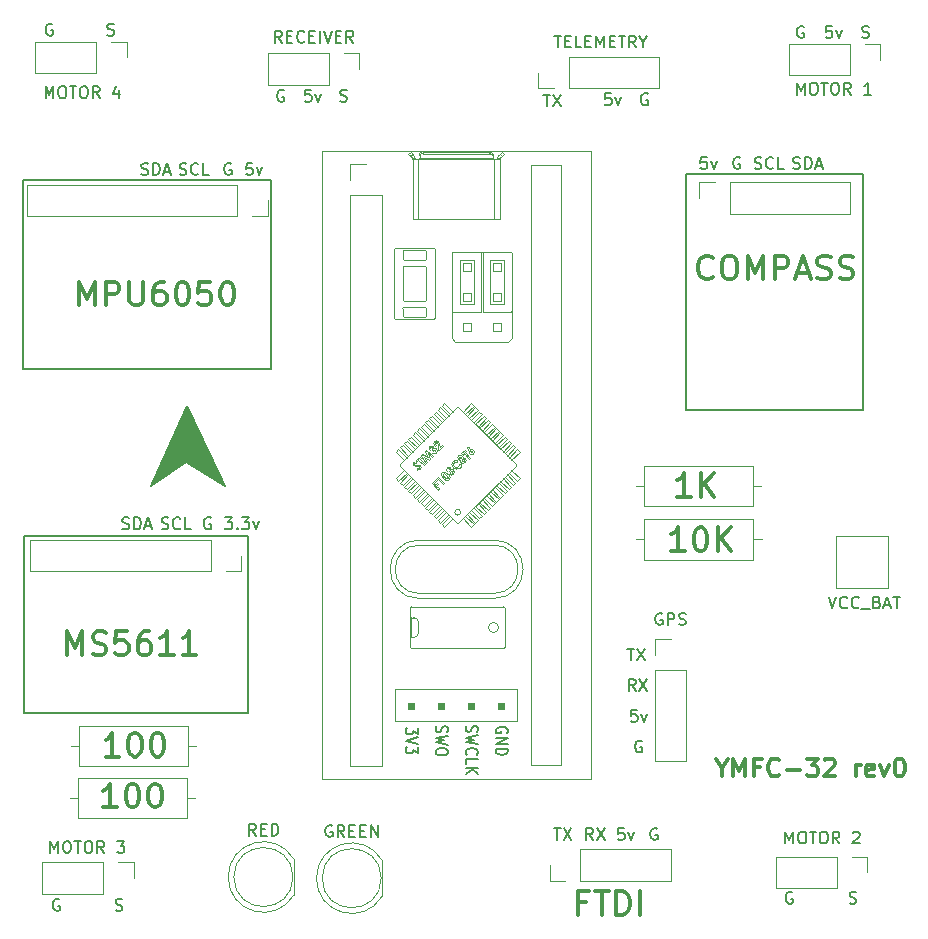
<source format=gbr>
%TF.GenerationSoftware,KiCad,Pcbnew,(6.0.1-0)*%
%TF.CreationDate,2022-02-26T01:43:08+01:00*%
%TF.ProjectId,YMFC-32,594d4643-2d33-4322-9e6b-696361645f70,rev?*%
%TF.SameCoordinates,Original*%
%TF.FileFunction,Legend,Top*%
%TF.FilePolarity,Positive*%
%FSLAX46Y46*%
G04 Gerber Fmt 4.6, Leading zero omitted, Abs format (unit mm)*
G04 Created by KiCad (PCBNEW (6.0.1-0)) date 2022-02-26 01:43:08*
%MOMM*%
%LPD*%
G01*
G04 APERTURE LIST*
%ADD10C,0.300000*%
%ADD11C,0.200000*%
%ADD12C,0.150000*%
%ADD13C,0.120000*%
%ADD14C,0.100000*%
G04 APERTURE END LIST*
D10*
X167428571Y-120764285D02*
X167428571Y-121478571D01*
X166928571Y-119978571D02*
X167428571Y-120764285D01*
X167928571Y-119978571D01*
X168428571Y-121478571D02*
X168428571Y-119978571D01*
X168928571Y-121050000D01*
X169428571Y-119978571D01*
X169428571Y-121478571D01*
X170642857Y-120692857D02*
X170142857Y-120692857D01*
X170142857Y-121478571D02*
X170142857Y-119978571D01*
X170857142Y-119978571D01*
X172285714Y-121335714D02*
X172214285Y-121407142D01*
X172000000Y-121478571D01*
X171857142Y-121478571D01*
X171642857Y-121407142D01*
X171500000Y-121264285D01*
X171428571Y-121121428D01*
X171357142Y-120835714D01*
X171357142Y-120621428D01*
X171428571Y-120335714D01*
X171500000Y-120192857D01*
X171642857Y-120050000D01*
X171857142Y-119978571D01*
X172000000Y-119978571D01*
X172214285Y-120050000D01*
X172285714Y-120121428D01*
X172928571Y-120907142D02*
X174071428Y-120907142D01*
X174642857Y-119978571D02*
X175571428Y-119978571D01*
X175071428Y-120550000D01*
X175285714Y-120550000D01*
X175428571Y-120621428D01*
X175500000Y-120692857D01*
X175571428Y-120835714D01*
X175571428Y-121192857D01*
X175500000Y-121335714D01*
X175428571Y-121407142D01*
X175285714Y-121478571D01*
X174857142Y-121478571D01*
X174714285Y-121407142D01*
X174642857Y-121335714D01*
X176142857Y-120121428D02*
X176214285Y-120050000D01*
X176357142Y-119978571D01*
X176714285Y-119978571D01*
X176857142Y-120050000D01*
X176928571Y-120121428D01*
X177000000Y-120264285D01*
X177000000Y-120407142D01*
X176928571Y-120621428D01*
X176071428Y-121478571D01*
X177000000Y-121478571D01*
X178785714Y-121478571D02*
X178785714Y-120478571D01*
X178785714Y-120764285D02*
X178857142Y-120621428D01*
X178928571Y-120550000D01*
X179071428Y-120478571D01*
X179214285Y-120478571D01*
X180285714Y-121407142D02*
X180142857Y-121478571D01*
X179857142Y-121478571D01*
X179714285Y-121407142D01*
X179642857Y-121264285D01*
X179642857Y-120692857D01*
X179714285Y-120550000D01*
X179857142Y-120478571D01*
X180142857Y-120478571D01*
X180285714Y-120550000D01*
X180357142Y-120692857D01*
X180357142Y-120835714D01*
X179642857Y-120978571D01*
X180857142Y-120478571D02*
X181214285Y-121478571D01*
X181571428Y-120478571D01*
X182428571Y-119978571D02*
X182571428Y-119978571D01*
X182714285Y-120050000D01*
X182785714Y-120121428D01*
X182857142Y-120264285D01*
X182928571Y-120550000D01*
X182928571Y-120907142D01*
X182857142Y-121192857D01*
X182785714Y-121335714D01*
X182714285Y-121407142D01*
X182571428Y-121478571D01*
X182428571Y-121478571D01*
X182285714Y-121407142D01*
X182214285Y-121335714D01*
X182142857Y-121192857D01*
X182071428Y-120907142D01*
X182071428Y-120550000D01*
X182142857Y-120264285D01*
X182214285Y-120121428D01*
X182285714Y-120050000D01*
X182428571Y-119978571D01*
D11*
X164400000Y-70500000D02*
X179400000Y-70500000D01*
X179400000Y-70500000D02*
X179400000Y-90500000D01*
X179400000Y-90500000D02*
X164400000Y-90500000D01*
X164400000Y-90500000D02*
X164400000Y-70500000D01*
X108340000Y-101100000D02*
X127340000Y-101100000D01*
X127340000Y-101100000D02*
X127340000Y-116100000D01*
X127340000Y-116100000D02*
X108340000Y-116100000D01*
X108340000Y-116100000D02*
X108340000Y-101100000D01*
X125400000Y-96900000D02*
X122100000Y-94900000D01*
X122100000Y-94900000D02*
X119100000Y-96900000D01*
X119100000Y-96900000D02*
X122200000Y-90100000D01*
X122200000Y-90100000D02*
X125400000Y-96900000D01*
G36*
X125400000Y-96900000D02*
G01*
X122100000Y-94900000D01*
X119100000Y-96900000D01*
X122200000Y-90100000D01*
X125400000Y-96900000D01*
G37*
X125400000Y-96900000D02*
X122100000Y-94900000D01*
X119100000Y-96900000D01*
X122200000Y-90100000D01*
X125400000Y-96900000D01*
X108300000Y-71000000D02*
X129300000Y-71000000D01*
X129300000Y-71000000D02*
X129300000Y-87000000D01*
X129300000Y-87000000D02*
X108300000Y-87000000D01*
X108300000Y-87000000D02*
X108300000Y-71000000D01*
X160257142Y-115852380D02*
X159780952Y-115852380D01*
X159733333Y-116328571D01*
X159780952Y-116280952D01*
X159876190Y-116233333D01*
X160114285Y-116233333D01*
X160209523Y-116280952D01*
X160257142Y-116328571D01*
X160304761Y-116423809D01*
X160304761Y-116661904D01*
X160257142Y-116757142D01*
X160209523Y-116804761D01*
X160114285Y-116852380D01*
X159876190Y-116852380D01*
X159780952Y-116804761D01*
X159733333Y-116757142D01*
X160638095Y-116185714D02*
X160876190Y-116852380D01*
X161114285Y-116185714D01*
X125371428Y-99552380D02*
X125990476Y-99552380D01*
X125657142Y-99933333D01*
X125800000Y-99933333D01*
X125895238Y-99980952D01*
X125942857Y-100028571D01*
X125990476Y-100123809D01*
X125990476Y-100361904D01*
X125942857Y-100457142D01*
X125895238Y-100504761D01*
X125800000Y-100552380D01*
X125514285Y-100552380D01*
X125419047Y-100504761D01*
X125371428Y-100457142D01*
X126419047Y-100457142D02*
X126466666Y-100504761D01*
X126419047Y-100552380D01*
X126371428Y-100504761D01*
X126419047Y-100457142D01*
X126419047Y-100552380D01*
X126800000Y-99552380D02*
X127419047Y-99552380D01*
X127085714Y-99933333D01*
X127228571Y-99933333D01*
X127323809Y-99980952D01*
X127371428Y-100028571D01*
X127419047Y-100123809D01*
X127419047Y-100361904D01*
X127371428Y-100457142D01*
X127323809Y-100504761D01*
X127228571Y-100552380D01*
X126942857Y-100552380D01*
X126847619Y-100504761D01*
X126800000Y-100457142D01*
X127752380Y-99885714D02*
X127990476Y-100552380D01*
X128228571Y-99885714D01*
X121529523Y-70504761D02*
X121672380Y-70552380D01*
X121910476Y-70552380D01*
X122005714Y-70504761D01*
X122053333Y-70457142D01*
X122100952Y-70361904D01*
X122100952Y-70266666D01*
X122053333Y-70171428D01*
X122005714Y-70123809D01*
X121910476Y-70076190D01*
X121720000Y-70028571D01*
X121624761Y-69980952D01*
X121577142Y-69933333D01*
X121529523Y-69838095D01*
X121529523Y-69742857D01*
X121577142Y-69647619D01*
X121624761Y-69600000D01*
X121720000Y-69552380D01*
X121958095Y-69552380D01*
X122100952Y-69600000D01*
X123100952Y-70457142D02*
X123053333Y-70504761D01*
X122910476Y-70552380D01*
X122815238Y-70552380D01*
X122672380Y-70504761D01*
X122577142Y-70409523D01*
X122529523Y-70314285D01*
X122481904Y-70123809D01*
X122481904Y-69980952D01*
X122529523Y-69790476D01*
X122577142Y-69695238D01*
X122672380Y-69600000D01*
X122815238Y-69552380D01*
X122910476Y-69552380D01*
X123053333Y-69600000D01*
X123100952Y-69647619D01*
X124005714Y-70552380D02*
X123529523Y-70552380D01*
X123529523Y-69552380D01*
X168961904Y-69100000D02*
X168866666Y-69052380D01*
X168723809Y-69052380D01*
X168580952Y-69100000D01*
X168485714Y-69195238D01*
X168438095Y-69290476D01*
X168390476Y-69480952D01*
X168390476Y-69623809D01*
X168438095Y-69814285D01*
X168485714Y-69909523D01*
X168580952Y-70004761D01*
X168723809Y-70052380D01*
X168819047Y-70052380D01*
X168961904Y-70004761D01*
X169009523Y-69957142D01*
X169009523Y-69623809D01*
X168819047Y-69623809D01*
X124161904Y-99600000D02*
X124066666Y-99552380D01*
X123923809Y-99552380D01*
X123780952Y-99600000D01*
X123685714Y-99695238D01*
X123638095Y-99790476D01*
X123590476Y-99980952D01*
X123590476Y-100123809D01*
X123638095Y-100314285D01*
X123685714Y-100409523D01*
X123780952Y-100504761D01*
X123923809Y-100552380D01*
X124019047Y-100552380D01*
X124161904Y-100504761D01*
X124209523Y-100457142D01*
X124209523Y-100123809D01*
X124019047Y-100123809D01*
X130361904Y-63400000D02*
X130266666Y-63352380D01*
X130123809Y-63352380D01*
X129980952Y-63400000D01*
X129885714Y-63495238D01*
X129838095Y-63590476D01*
X129790476Y-63780952D01*
X129790476Y-63923809D01*
X129838095Y-64114285D01*
X129885714Y-64209523D01*
X129980952Y-64304761D01*
X130123809Y-64352380D01*
X130219047Y-64352380D01*
X130361904Y-64304761D01*
X130409523Y-64257142D01*
X130409523Y-63923809D01*
X130219047Y-63923809D01*
X159157142Y-125852380D02*
X158680952Y-125852380D01*
X158633333Y-126328571D01*
X158680952Y-126280952D01*
X158776190Y-126233333D01*
X159014285Y-126233333D01*
X159109523Y-126280952D01*
X159157142Y-126328571D01*
X159204761Y-126423809D01*
X159204761Y-126661904D01*
X159157142Y-126757142D01*
X159109523Y-126804761D01*
X159014285Y-126852380D01*
X158776190Y-126852380D01*
X158680952Y-126804761D01*
X158633333Y-126757142D01*
X159538095Y-126185714D02*
X159776190Y-126852380D01*
X160014285Y-126185714D01*
X174361904Y-58000000D02*
X174266666Y-57952380D01*
X174123809Y-57952380D01*
X173980952Y-58000000D01*
X173885714Y-58095238D01*
X173838095Y-58190476D01*
X173790476Y-58380952D01*
X173790476Y-58523809D01*
X173838095Y-58714285D01*
X173885714Y-58809523D01*
X173980952Y-58904761D01*
X174123809Y-58952380D01*
X174219047Y-58952380D01*
X174361904Y-58904761D01*
X174409523Y-58857142D01*
X174409523Y-58523809D01*
X174219047Y-58523809D01*
X120009523Y-100504761D02*
X120152380Y-100552380D01*
X120390476Y-100552380D01*
X120485714Y-100504761D01*
X120533333Y-100457142D01*
X120580952Y-100361904D01*
X120580952Y-100266666D01*
X120533333Y-100171428D01*
X120485714Y-100123809D01*
X120390476Y-100076190D01*
X120200000Y-100028571D01*
X120104761Y-99980952D01*
X120057142Y-99933333D01*
X120009523Y-99838095D01*
X120009523Y-99742857D01*
X120057142Y-99647619D01*
X120104761Y-99600000D01*
X120200000Y-99552380D01*
X120438095Y-99552380D01*
X120580952Y-99600000D01*
X121580952Y-100457142D02*
X121533333Y-100504761D01*
X121390476Y-100552380D01*
X121295238Y-100552380D01*
X121152380Y-100504761D01*
X121057142Y-100409523D01*
X121009523Y-100314285D01*
X120961904Y-100123809D01*
X120961904Y-99980952D01*
X121009523Y-99790476D01*
X121057142Y-99695238D01*
X121152380Y-99600000D01*
X121295238Y-99552380D01*
X121390476Y-99552380D01*
X121533333Y-99600000D01*
X121580952Y-99647619D01*
X122485714Y-100552380D02*
X122009523Y-100552380D01*
X122009523Y-99552380D01*
X161161904Y-63700000D02*
X161066666Y-63652380D01*
X160923809Y-63652380D01*
X160780952Y-63700000D01*
X160685714Y-63795238D01*
X160638095Y-63890476D01*
X160590476Y-64080952D01*
X160590476Y-64223809D01*
X160638095Y-64414285D01*
X160685714Y-64509523D01*
X160780952Y-64604761D01*
X160923809Y-64652380D01*
X161019047Y-64652380D01*
X161161904Y-64604761D01*
X161209523Y-64557142D01*
X161209523Y-64223809D01*
X161019047Y-64223809D01*
X173406904Y-131300000D02*
X173311666Y-131252380D01*
X173168809Y-131252380D01*
X173025952Y-131300000D01*
X172930714Y-131395238D01*
X172883095Y-131490476D01*
X172835476Y-131680952D01*
X172835476Y-131823809D01*
X172883095Y-132014285D01*
X172930714Y-132109523D01*
X173025952Y-132204761D01*
X173168809Y-132252380D01*
X173264047Y-132252380D01*
X173406904Y-132204761D01*
X173454523Y-132157142D01*
X173454523Y-131823809D01*
X173264047Y-131823809D01*
X160661904Y-118500000D02*
X160566666Y-118452380D01*
X160423809Y-118452380D01*
X160280952Y-118500000D01*
X160185714Y-118595238D01*
X160138095Y-118690476D01*
X160090476Y-118880952D01*
X160090476Y-119023809D01*
X160138095Y-119214285D01*
X160185714Y-119309523D01*
X160280952Y-119404761D01*
X160423809Y-119452380D01*
X160519047Y-119452380D01*
X160661904Y-119404761D01*
X160709523Y-119357142D01*
X160709523Y-119023809D01*
X160519047Y-119023809D01*
X116114285Y-132804761D02*
X116257142Y-132852380D01*
X116495238Y-132852380D01*
X116590476Y-132804761D01*
X116638095Y-132757142D01*
X116685714Y-132661904D01*
X116685714Y-132566666D01*
X116638095Y-132471428D01*
X116590476Y-132423809D01*
X116495238Y-132376190D01*
X116304761Y-132328571D01*
X116209523Y-132280952D01*
X116161904Y-132233333D01*
X116114285Y-132138095D01*
X116114285Y-132042857D01*
X116161904Y-131947619D01*
X116209523Y-131900000D01*
X116304761Y-131852380D01*
X116542857Y-131852380D01*
X116685714Y-131900000D01*
X158057142Y-63652380D02*
X157580952Y-63652380D01*
X157533333Y-64128571D01*
X157580952Y-64080952D01*
X157676190Y-64033333D01*
X157914285Y-64033333D01*
X158009523Y-64080952D01*
X158057142Y-64128571D01*
X158104761Y-64223809D01*
X158104761Y-64461904D01*
X158057142Y-64557142D01*
X158009523Y-64604761D01*
X157914285Y-64652380D01*
X157676190Y-64652380D01*
X157580952Y-64604761D01*
X157533333Y-64557142D01*
X158438095Y-63985714D02*
X158676190Y-64652380D01*
X158914285Y-63985714D01*
X176757142Y-57952380D02*
X176280952Y-57952380D01*
X176233333Y-58428571D01*
X176280952Y-58380952D01*
X176376190Y-58333333D01*
X176614285Y-58333333D01*
X176709523Y-58380952D01*
X176757142Y-58428571D01*
X176804761Y-58523809D01*
X176804761Y-58761904D01*
X176757142Y-58857142D01*
X176709523Y-58904761D01*
X176614285Y-58952380D01*
X176376190Y-58952380D01*
X176280952Y-58904761D01*
X176233333Y-58857142D01*
X177138095Y-58285714D02*
X177376190Y-58952380D01*
X177614285Y-58285714D01*
X125881904Y-69600000D02*
X125786666Y-69552380D01*
X125643809Y-69552380D01*
X125500952Y-69600000D01*
X125405714Y-69695238D01*
X125358095Y-69790476D01*
X125310476Y-69980952D01*
X125310476Y-70123809D01*
X125358095Y-70314285D01*
X125405714Y-70409523D01*
X125500952Y-70504761D01*
X125643809Y-70552380D01*
X125739047Y-70552380D01*
X125881904Y-70504761D01*
X125929523Y-70457142D01*
X125929523Y-70123809D01*
X125739047Y-70123809D01*
X127677142Y-69552380D02*
X127200952Y-69552380D01*
X127153333Y-70028571D01*
X127200952Y-69980952D01*
X127296190Y-69933333D01*
X127534285Y-69933333D01*
X127629523Y-69980952D01*
X127677142Y-70028571D01*
X127724761Y-70123809D01*
X127724761Y-70361904D01*
X127677142Y-70457142D01*
X127629523Y-70504761D01*
X127534285Y-70552380D01*
X127296190Y-70552380D01*
X127200952Y-70504761D01*
X127153333Y-70457142D01*
X128058095Y-69885714D02*
X128296190Y-70552380D01*
X128534285Y-69885714D01*
X178259285Y-132204761D02*
X178402142Y-132252380D01*
X178640238Y-132252380D01*
X178735476Y-132204761D01*
X178783095Y-132157142D01*
X178830714Y-132061904D01*
X178830714Y-131966666D01*
X178783095Y-131871428D01*
X178735476Y-131823809D01*
X178640238Y-131776190D01*
X178449761Y-131728571D01*
X178354523Y-131680952D01*
X178306904Y-131633333D01*
X178259285Y-131538095D01*
X178259285Y-131442857D01*
X178306904Y-131347619D01*
X178354523Y-131300000D01*
X178449761Y-131252380D01*
X178687857Y-131252380D01*
X178830714Y-131300000D01*
X179314285Y-58904761D02*
X179457142Y-58952380D01*
X179695238Y-58952380D01*
X179790476Y-58904761D01*
X179838095Y-58857142D01*
X179885714Y-58761904D01*
X179885714Y-58666666D01*
X179838095Y-58571428D01*
X179790476Y-58523809D01*
X179695238Y-58476190D01*
X179504761Y-58428571D01*
X179409523Y-58380952D01*
X179361904Y-58333333D01*
X179314285Y-58238095D01*
X179314285Y-58142857D01*
X179361904Y-58047619D01*
X179409523Y-58000000D01*
X179504761Y-57952380D01*
X179742857Y-57952380D01*
X179885714Y-58000000D01*
X132657142Y-63352380D02*
X132180952Y-63352380D01*
X132133333Y-63828571D01*
X132180952Y-63780952D01*
X132276190Y-63733333D01*
X132514285Y-63733333D01*
X132609523Y-63780952D01*
X132657142Y-63828571D01*
X132704761Y-63923809D01*
X132704761Y-64161904D01*
X132657142Y-64257142D01*
X132609523Y-64304761D01*
X132514285Y-64352380D01*
X132276190Y-64352380D01*
X132180952Y-64304761D01*
X132133333Y-64257142D01*
X133038095Y-63685714D02*
X133276190Y-64352380D01*
X133514285Y-63685714D01*
X156533333Y-126852380D02*
X156200000Y-126376190D01*
X155961904Y-126852380D02*
X155961904Y-125852380D01*
X156342857Y-125852380D01*
X156438095Y-125900000D01*
X156485714Y-125947619D01*
X156533333Y-126042857D01*
X156533333Y-126185714D01*
X156485714Y-126280952D01*
X156438095Y-126328571D01*
X156342857Y-126376190D01*
X155961904Y-126376190D01*
X156866666Y-125852380D02*
X157533333Y-126852380D01*
X157533333Y-125852380D02*
X156866666Y-126852380D01*
X110761904Y-57800000D02*
X110666666Y-57752380D01*
X110523809Y-57752380D01*
X110380952Y-57800000D01*
X110285714Y-57895238D01*
X110238095Y-57990476D01*
X110190476Y-58180952D01*
X110190476Y-58323809D01*
X110238095Y-58514285D01*
X110285714Y-58609523D01*
X110380952Y-58704761D01*
X110523809Y-58752380D01*
X110619047Y-58752380D01*
X110761904Y-58704761D01*
X110809523Y-58657142D01*
X110809523Y-58323809D01*
X110619047Y-58323809D01*
X111361904Y-131900000D02*
X111266666Y-131852380D01*
X111123809Y-131852380D01*
X110980952Y-131900000D01*
X110885714Y-131995238D01*
X110838095Y-132090476D01*
X110790476Y-132280952D01*
X110790476Y-132423809D01*
X110838095Y-132614285D01*
X110885714Y-132709523D01*
X110980952Y-132804761D01*
X111123809Y-132852380D01*
X111219047Y-132852380D01*
X111361904Y-132804761D01*
X111409523Y-132757142D01*
X111409523Y-132423809D01*
X111219047Y-132423809D01*
X170209523Y-70004761D02*
X170352380Y-70052380D01*
X170590476Y-70052380D01*
X170685714Y-70004761D01*
X170733333Y-69957142D01*
X170780952Y-69861904D01*
X170780952Y-69766666D01*
X170733333Y-69671428D01*
X170685714Y-69623809D01*
X170590476Y-69576190D01*
X170400000Y-69528571D01*
X170304761Y-69480952D01*
X170257142Y-69433333D01*
X170209523Y-69338095D01*
X170209523Y-69242857D01*
X170257142Y-69147619D01*
X170304761Y-69100000D01*
X170400000Y-69052380D01*
X170638095Y-69052380D01*
X170780952Y-69100000D01*
X171780952Y-69957142D02*
X171733333Y-70004761D01*
X171590476Y-70052380D01*
X171495238Y-70052380D01*
X171352380Y-70004761D01*
X171257142Y-69909523D01*
X171209523Y-69814285D01*
X171161904Y-69623809D01*
X171161904Y-69480952D01*
X171209523Y-69290476D01*
X171257142Y-69195238D01*
X171352380Y-69100000D01*
X171495238Y-69052380D01*
X171590476Y-69052380D01*
X171733333Y-69100000D01*
X171780952Y-69147619D01*
X172685714Y-70052380D02*
X172209523Y-70052380D01*
X172209523Y-69052380D01*
X166157142Y-69052380D02*
X165680952Y-69052380D01*
X165633333Y-69528571D01*
X165680952Y-69480952D01*
X165776190Y-69433333D01*
X166014285Y-69433333D01*
X166109523Y-69480952D01*
X166157142Y-69528571D01*
X166204761Y-69623809D01*
X166204761Y-69861904D01*
X166157142Y-69957142D01*
X166109523Y-70004761D01*
X166014285Y-70052380D01*
X165776190Y-70052380D01*
X165680952Y-70004761D01*
X165633333Y-69957142D01*
X166538095Y-69385714D02*
X166776190Y-70052380D01*
X167014285Y-69385714D01*
X160133333Y-114252380D02*
X159800000Y-113776190D01*
X159561904Y-114252380D02*
X159561904Y-113252380D01*
X159942857Y-113252380D01*
X160038095Y-113300000D01*
X160085714Y-113347619D01*
X160133333Y-113442857D01*
X160133333Y-113585714D01*
X160085714Y-113680952D01*
X160038095Y-113728571D01*
X159942857Y-113776190D01*
X159561904Y-113776190D01*
X160466666Y-113252380D02*
X161133333Y-114252380D01*
X161133333Y-113252380D02*
X160466666Y-114252380D01*
X116685714Y-100504761D02*
X116828571Y-100552380D01*
X117066666Y-100552380D01*
X117161904Y-100504761D01*
X117209523Y-100457142D01*
X117257142Y-100361904D01*
X117257142Y-100266666D01*
X117209523Y-100171428D01*
X117161904Y-100123809D01*
X117066666Y-100076190D01*
X116876190Y-100028571D01*
X116780952Y-99980952D01*
X116733333Y-99933333D01*
X116685714Y-99838095D01*
X116685714Y-99742857D01*
X116733333Y-99647619D01*
X116780952Y-99600000D01*
X116876190Y-99552380D01*
X117114285Y-99552380D01*
X117257142Y-99600000D01*
X117685714Y-100552380D02*
X117685714Y-99552380D01*
X117923809Y-99552380D01*
X118066666Y-99600000D01*
X118161904Y-99695238D01*
X118209523Y-99790476D01*
X118257142Y-99980952D01*
X118257142Y-100123809D01*
X118209523Y-100314285D01*
X118161904Y-100409523D01*
X118066666Y-100504761D01*
X117923809Y-100552380D01*
X117685714Y-100552380D01*
X118638095Y-100266666D02*
X119114285Y-100266666D01*
X118542857Y-100552380D02*
X118876190Y-99552380D01*
X119209523Y-100552380D01*
X159438095Y-110652380D02*
X160009523Y-110652380D01*
X159723809Y-111652380D02*
X159723809Y-110652380D01*
X160247619Y-110652380D02*
X160914285Y-111652380D01*
X160914285Y-110652380D02*
X160247619Y-111652380D01*
X153238095Y-125852380D02*
X153809523Y-125852380D01*
X153523809Y-126852380D02*
X153523809Y-125852380D01*
X154047619Y-125852380D02*
X154714285Y-126852380D01*
X154714285Y-125852380D02*
X154047619Y-126852380D01*
X152338095Y-63752380D02*
X152909523Y-63752380D01*
X152623809Y-64752380D02*
X152623809Y-63752380D01*
X153147619Y-63752380D02*
X153814285Y-64752380D01*
X153814285Y-63752380D02*
X153147619Y-64752380D01*
X161961904Y-125900000D02*
X161866666Y-125852380D01*
X161723809Y-125852380D01*
X161580952Y-125900000D01*
X161485714Y-125995238D01*
X161438095Y-126090476D01*
X161390476Y-126280952D01*
X161390476Y-126423809D01*
X161438095Y-126614285D01*
X161485714Y-126709523D01*
X161580952Y-126804761D01*
X161723809Y-126852380D01*
X161819047Y-126852380D01*
X161961904Y-126804761D01*
X162009523Y-126757142D01*
X162009523Y-126423809D01*
X161819047Y-126423809D01*
X118305714Y-70504761D02*
X118448571Y-70552380D01*
X118686666Y-70552380D01*
X118781904Y-70504761D01*
X118829523Y-70457142D01*
X118877142Y-70361904D01*
X118877142Y-70266666D01*
X118829523Y-70171428D01*
X118781904Y-70123809D01*
X118686666Y-70076190D01*
X118496190Y-70028571D01*
X118400952Y-69980952D01*
X118353333Y-69933333D01*
X118305714Y-69838095D01*
X118305714Y-69742857D01*
X118353333Y-69647619D01*
X118400952Y-69600000D01*
X118496190Y-69552380D01*
X118734285Y-69552380D01*
X118877142Y-69600000D01*
X119305714Y-70552380D02*
X119305714Y-69552380D01*
X119543809Y-69552380D01*
X119686666Y-69600000D01*
X119781904Y-69695238D01*
X119829523Y-69790476D01*
X119877142Y-69980952D01*
X119877142Y-70123809D01*
X119829523Y-70314285D01*
X119781904Y-70409523D01*
X119686666Y-70504761D01*
X119543809Y-70552380D01*
X119305714Y-70552380D01*
X120258095Y-70266666D02*
X120734285Y-70266666D01*
X120162857Y-70552380D02*
X120496190Y-69552380D01*
X120829523Y-70552380D01*
X135114285Y-64304761D02*
X135257142Y-64352380D01*
X135495238Y-64352380D01*
X135590476Y-64304761D01*
X135638095Y-64257142D01*
X135685714Y-64161904D01*
X135685714Y-64066666D01*
X135638095Y-63971428D01*
X135590476Y-63923809D01*
X135495238Y-63876190D01*
X135304761Y-63828571D01*
X135209523Y-63780952D01*
X135161904Y-63733333D01*
X135114285Y-63638095D01*
X135114285Y-63542857D01*
X135161904Y-63447619D01*
X135209523Y-63400000D01*
X135304761Y-63352380D01*
X135542857Y-63352380D01*
X135685714Y-63400000D01*
X115414285Y-58704761D02*
X115557142Y-58752380D01*
X115795238Y-58752380D01*
X115890476Y-58704761D01*
X115938095Y-58657142D01*
X115985714Y-58561904D01*
X115985714Y-58466666D01*
X115938095Y-58371428D01*
X115890476Y-58323809D01*
X115795238Y-58276190D01*
X115604761Y-58228571D01*
X115509523Y-58180952D01*
X115461904Y-58133333D01*
X115414285Y-58038095D01*
X115414285Y-57942857D01*
X115461904Y-57847619D01*
X115509523Y-57800000D01*
X115604761Y-57752380D01*
X115842857Y-57752380D01*
X115985714Y-57800000D01*
X173485714Y-70004761D02*
X173628571Y-70052380D01*
X173866666Y-70052380D01*
X173961904Y-70004761D01*
X174009523Y-69957142D01*
X174057142Y-69861904D01*
X174057142Y-69766666D01*
X174009523Y-69671428D01*
X173961904Y-69623809D01*
X173866666Y-69576190D01*
X173676190Y-69528571D01*
X173580952Y-69480952D01*
X173533333Y-69433333D01*
X173485714Y-69338095D01*
X173485714Y-69242857D01*
X173533333Y-69147619D01*
X173580952Y-69100000D01*
X173676190Y-69052380D01*
X173914285Y-69052380D01*
X174057142Y-69100000D01*
X174485714Y-70052380D02*
X174485714Y-69052380D01*
X174723809Y-69052380D01*
X174866666Y-69100000D01*
X174961904Y-69195238D01*
X175009523Y-69290476D01*
X175057142Y-69480952D01*
X175057142Y-69623809D01*
X175009523Y-69814285D01*
X174961904Y-69909523D01*
X174866666Y-70004761D01*
X174723809Y-70052380D01*
X174485714Y-70052380D01*
X175438095Y-69766666D02*
X175914285Y-69766666D01*
X175342857Y-70052380D02*
X175676190Y-69052380D01*
X176009523Y-70052380D01*
D12*
%TO.C,U1*%
X141687619Y-117353714D02*
X141687619Y-117910857D01*
X141306666Y-117610857D01*
X141306666Y-117739428D01*
X141259047Y-117825142D01*
X141211428Y-117868000D01*
X141116190Y-117910857D01*
X140878095Y-117910857D01*
X140782857Y-117868000D01*
X140735238Y-117825142D01*
X140687619Y-117739428D01*
X140687619Y-117482285D01*
X140735238Y-117396571D01*
X140782857Y-117353714D01*
X141687619Y-118168000D02*
X140687619Y-118468000D01*
X141687619Y-118768000D01*
X141687619Y-118982285D02*
X141687619Y-119539428D01*
X141306666Y-119239428D01*
X141306666Y-119368000D01*
X141259047Y-119453714D01*
X141211428Y-119496571D01*
X141116190Y-119539428D01*
X140878095Y-119539428D01*
X140782857Y-119496571D01*
X140735238Y-119453714D01*
X140687619Y-119368000D01*
X140687619Y-119110857D01*
X140735238Y-119025142D01*
X140782857Y-118982285D01*
X143275238Y-117225142D02*
X143227619Y-117353714D01*
X143227619Y-117568000D01*
X143275238Y-117653714D01*
X143322857Y-117696571D01*
X143418095Y-117739428D01*
X143513333Y-117739428D01*
X143608571Y-117696571D01*
X143656190Y-117653714D01*
X143703809Y-117568000D01*
X143751428Y-117396571D01*
X143799047Y-117310857D01*
X143846666Y-117268000D01*
X143941904Y-117225142D01*
X144037142Y-117225142D01*
X144132380Y-117268000D01*
X144180000Y-117310857D01*
X144227619Y-117396571D01*
X144227619Y-117610857D01*
X144180000Y-117739428D01*
X144227619Y-118039428D02*
X143227619Y-118253714D01*
X143941904Y-118425142D01*
X143227619Y-118596571D01*
X144227619Y-118810857D01*
X144227619Y-119325142D02*
X144227619Y-119496571D01*
X144180000Y-119582285D01*
X144084761Y-119668000D01*
X143894285Y-119710857D01*
X143560952Y-119710857D01*
X143370476Y-119668000D01*
X143275238Y-119582285D01*
X143227619Y-119496571D01*
X143227619Y-119325142D01*
X143275238Y-119239428D01*
X143370476Y-119153714D01*
X143560952Y-119110857D01*
X143894285Y-119110857D01*
X144084761Y-119153714D01*
X144180000Y-119239428D01*
X144227619Y-119325142D01*
X145815238Y-117194285D02*
X145767619Y-117322857D01*
X145767619Y-117537142D01*
X145815238Y-117622857D01*
X145862857Y-117665714D01*
X145958095Y-117708571D01*
X146053333Y-117708571D01*
X146148571Y-117665714D01*
X146196190Y-117622857D01*
X146243809Y-117537142D01*
X146291428Y-117365714D01*
X146339047Y-117280000D01*
X146386666Y-117237142D01*
X146481904Y-117194285D01*
X146577142Y-117194285D01*
X146672380Y-117237142D01*
X146720000Y-117280000D01*
X146767619Y-117365714D01*
X146767619Y-117580000D01*
X146720000Y-117708571D01*
X146767619Y-118008571D02*
X145767619Y-118222857D01*
X146481904Y-118394285D01*
X145767619Y-118565714D01*
X146767619Y-118780000D01*
X145862857Y-119637142D02*
X145815238Y-119594285D01*
X145767619Y-119465714D01*
X145767619Y-119380000D01*
X145815238Y-119251428D01*
X145910476Y-119165714D01*
X146005714Y-119122857D01*
X146196190Y-119080000D01*
X146339047Y-119080000D01*
X146529523Y-119122857D01*
X146624761Y-119165714D01*
X146720000Y-119251428D01*
X146767619Y-119380000D01*
X146767619Y-119465714D01*
X146720000Y-119594285D01*
X146672380Y-119637142D01*
X145767619Y-120451428D02*
X145767619Y-120022857D01*
X146767619Y-120022857D01*
X145767619Y-120751428D02*
X146767619Y-120751428D01*
X145767619Y-121265714D02*
X146339047Y-120880000D01*
X146767619Y-121265714D02*
X146196190Y-120751428D01*
X149260000Y-117782285D02*
X149307619Y-117696571D01*
X149307619Y-117568000D01*
X149260000Y-117439428D01*
X149164761Y-117353714D01*
X149069523Y-117310857D01*
X148879047Y-117268000D01*
X148736190Y-117268000D01*
X148545714Y-117310857D01*
X148450476Y-117353714D01*
X148355238Y-117439428D01*
X148307619Y-117568000D01*
X148307619Y-117653714D01*
X148355238Y-117782285D01*
X148402857Y-117825142D01*
X148736190Y-117825142D01*
X148736190Y-117653714D01*
X148307619Y-118210857D02*
X149307619Y-118210857D01*
X148307619Y-118725142D01*
X149307619Y-118725142D01*
X148307619Y-119153714D02*
X149307619Y-119153714D01*
X149307619Y-119368000D01*
X149260000Y-119496571D01*
X149164761Y-119582285D01*
X149069523Y-119625142D01*
X148879047Y-119668000D01*
X148736190Y-119668000D01*
X148545714Y-119625142D01*
X148450476Y-119582285D01*
X148355238Y-119496571D01*
X148307619Y-119368000D01*
X148307619Y-119153714D01*
%TO.C,J5*%
X110180952Y-64052380D02*
X110180952Y-63052380D01*
X110514285Y-63766666D01*
X110847619Y-63052380D01*
X110847619Y-64052380D01*
X111514285Y-63052380D02*
X111704761Y-63052380D01*
X111800000Y-63100000D01*
X111895238Y-63195238D01*
X111942857Y-63385714D01*
X111942857Y-63719047D01*
X111895238Y-63909523D01*
X111800000Y-64004761D01*
X111704761Y-64052380D01*
X111514285Y-64052380D01*
X111419047Y-64004761D01*
X111323809Y-63909523D01*
X111276190Y-63719047D01*
X111276190Y-63385714D01*
X111323809Y-63195238D01*
X111419047Y-63100000D01*
X111514285Y-63052380D01*
X112228571Y-63052380D02*
X112800000Y-63052380D01*
X112514285Y-64052380D02*
X112514285Y-63052380D01*
X113323809Y-63052380D02*
X113514285Y-63052380D01*
X113609523Y-63100000D01*
X113704761Y-63195238D01*
X113752380Y-63385714D01*
X113752380Y-63719047D01*
X113704761Y-63909523D01*
X113609523Y-64004761D01*
X113514285Y-64052380D01*
X113323809Y-64052380D01*
X113228571Y-64004761D01*
X113133333Y-63909523D01*
X113085714Y-63719047D01*
X113085714Y-63385714D01*
X113133333Y-63195238D01*
X113228571Y-63100000D01*
X113323809Y-63052380D01*
X114752380Y-64052380D02*
X114419047Y-63576190D01*
X114180952Y-64052380D02*
X114180952Y-63052380D01*
X114561904Y-63052380D01*
X114657142Y-63100000D01*
X114704761Y-63147619D01*
X114752380Y-63242857D01*
X114752380Y-63385714D01*
X114704761Y-63480952D01*
X114657142Y-63528571D01*
X114561904Y-63576190D01*
X114180952Y-63576190D01*
X116371428Y-63385714D02*
X116371428Y-64052380D01*
X116133333Y-63004761D02*
X115895238Y-63719047D01*
X116514285Y-63719047D01*
%TO.C,J6*%
X176476190Y-106252380D02*
X176809523Y-107252380D01*
X177142857Y-106252380D01*
X178047619Y-107157142D02*
X178000000Y-107204761D01*
X177857142Y-107252380D01*
X177761904Y-107252380D01*
X177619047Y-107204761D01*
X177523809Y-107109523D01*
X177476190Y-107014285D01*
X177428571Y-106823809D01*
X177428571Y-106680952D01*
X177476190Y-106490476D01*
X177523809Y-106395238D01*
X177619047Y-106300000D01*
X177761904Y-106252380D01*
X177857142Y-106252380D01*
X178000000Y-106300000D01*
X178047619Y-106347619D01*
X179047619Y-107157142D02*
X179000000Y-107204761D01*
X178857142Y-107252380D01*
X178761904Y-107252380D01*
X178619047Y-107204761D01*
X178523809Y-107109523D01*
X178476190Y-107014285D01*
X178428571Y-106823809D01*
X178428571Y-106680952D01*
X178476190Y-106490476D01*
X178523809Y-106395238D01*
X178619047Y-106300000D01*
X178761904Y-106252380D01*
X178857142Y-106252380D01*
X179000000Y-106300000D01*
X179047619Y-106347619D01*
X179238095Y-107347619D02*
X180000000Y-107347619D01*
X180571428Y-106728571D02*
X180714285Y-106776190D01*
X180761904Y-106823809D01*
X180809523Y-106919047D01*
X180809523Y-107061904D01*
X180761904Y-107157142D01*
X180714285Y-107204761D01*
X180619047Y-107252380D01*
X180238095Y-107252380D01*
X180238095Y-106252380D01*
X180571428Y-106252380D01*
X180666666Y-106300000D01*
X180714285Y-106347619D01*
X180761904Y-106442857D01*
X180761904Y-106538095D01*
X180714285Y-106633333D01*
X180666666Y-106680952D01*
X180571428Y-106728571D01*
X180238095Y-106728571D01*
X181190476Y-106966666D02*
X181666666Y-106966666D01*
X181095238Y-107252380D02*
X181428571Y-106252380D01*
X181761904Y-107252380D01*
X181952380Y-106252380D02*
X182523809Y-106252380D01*
X182238095Y-107252380D02*
X182238095Y-106252380D01*
D10*
%TO.C,R4*%
X164821428Y-97804761D02*
X163678571Y-97804761D01*
X164250000Y-97804761D02*
X164250000Y-95804761D01*
X164059523Y-96090476D01*
X163869047Y-96280952D01*
X163678571Y-96376190D01*
X165678571Y-97804761D02*
X165678571Y-95804761D01*
X166821428Y-97804761D02*
X165964285Y-96661904D01*
X166821428Y-95804761D02*
X165678571Y-96947619D01*
D12*
%TO.C,J4*%
X110580952Y-127952380D02*
X110580952Y-126952380D01*
X110914285Y-127666666D01*
X111247619Y-126952380D01*
X111247619Y-127952380D01*
X111914285Y-126952380D02*
X112104761Y-126952380D01*
X112200000Y-127000000D01*
X112295238Y-127095238D01*
X112342857Y-127285714D01*
X112342857Y-127619047D01*
X112295238Y-127809523D01*
X112200000Y-127904761D01*
X112104761Y-127952380D01*
X111914285Y-127952380D01*
X111819047Y-127904761D01*
X111723809Y-127809523D01*
X111676190Y-127619047D01*
X111676190Y-127285714D01*
X111723809Y-127095238D01*
X111819047Y-127000000D01*
X111914285Y-126952380D01*
X112628571Y-126952380D02*
X113200000Y-126952380D01*
X112914285Y-127952380D02*
X112914285Y-126952380D01*
X113723809Y-126952380D02*
X113914285Y-126952380D01*
X114009523Y-127000000D01*
X114104761Y-127095238D01*
X114152380Y-127285714D01*
X114152380Y-127619047D01*
X114104761Y-127809523D01*
X114009523Y-127904761D01*
X113914285Y-127952380D01*
X113723809Y-127952380D01*
X113628571Y-127904761D01*
X113533333Y-127809523D01*
X113485714Y-127619047D01*
X113485714Y-127285714D01*
X113533333Y-127095238D01*
X113628571Y-127000000D01*
X113723809Y-126952380D01*
X115152380Y-127952380D02*
X114819047Y-127476190D01*
X114580952Y-127952380D02*
X114580952Y-126952380D01*
X114961904Y-126952380D01*
X115057142Y-127000000D01*
X115104761Y-127047619D01*
X115152380Y-127142857D01*
X115152380Y-127285714D01*
X115104761Y-127380952D01*
X115057142Y-127428571D01*
X114961904Y-127476190D01*
X114580952Y-127476190D01*
X116247619Y-126952380D02*
X116866666Y-126952380D01*
X116533333Y-127333333D01*
X116676190Y-127333333D01*
X116771428Y-127380952D01*
X116819047Y-127428571D01*
X116866666Y-127523809D01*
X116866666Y-127761904D01*
X116819047Y-127857142D01*
X116771428Y-127904761D01*
X116676190Y-127952380D01*
X116390476Y-127952380D01*
X116295238Y-127904761D01*
X116247619Y-127857142D01*
D10*
%TO.C,J11*%
X111971428Y-111204761D02*
X111971428Y-109204761D01*
X112638095Y-110633333D01*
X113304761Y-109204761D01*
X113304761Y-111204761D01*
X114161904Y-111109523D02*
X114447619Y-111204761D01*
X114923809Y-111204761D01*
X115114285Y-111109523D01*
X115209523Y-111014285D01*
X115304761Y-110823809D01*
X115304761Y-110633333D01*
X115209523Y-110442857D01*
X115114285Y-110347619D01*
X114923809Y-110252380D01*
X114542857Y-110157142D01*
X114352380Y-110061904D01*
X114257142Y-109966666D01*
X114161904Y-109776190D01*
X114161904Y-109585714D01*
X114257142Y-109395238D01*
X114352380Y-109300000D01*
X114542857Y-109204761D01*
X115019047Y-109204761D01*
X115304761Y-109300000D01*
X117114285Y-109204761D02*
X116161904Y-109204761D01*
X116066666Y-110157142D01*
X116161904Y-110061904D01*
X116352380Y-109966666D01*
X116828571Y-109966666D01*
X117019047Y-110061904D01*
X117114285Y-110157142D01*
X117209523Y-110347619D01*
X117209523Y-110823809D01*
X117114285Y-111014285D01*
X117019047Y-111109523D01*
X116828571Y-111204761D01*
X116352380Y-111204761D01*
X116161904Y-111109523D01*
X116066666Y-111014285D01*
X118923809Y-109204761D02*
X118542857Y-109204761D01*
X118352380Y-109300000D01*
X118257142Y-109395238D01*
X118066666Y-109680952D01*
X117971428Y-110061904D01*
X117971428Y-110823809D01*
X118066666Y-111014285D01*
X118161904Y-111109523D01*
X118352380Y-111204761D01*
X118733333Y-111204761D01*
X118923809Y-111109523D01*
X119019047Y-111014285D01*
X119114285Y-110823809D01*
X119114285Y-110347619D01*
X119019047Y-110157142D01*
X118923809Y-110061904D01*
X118733333Y-109966666D01*
X118352380Y-109966666D01*
X118161904Y-110061904D01*
X118066666Y-110157142D01*
X117971428Y-110347619D01*
X121019047Y-111204761D02*
X119876190Y-111204761D01*
X120447619Y-111204761D02*
X120447619Y-109204761D01*
X120257142Y-109490476D01*
X120066666Y-109680952D01*
X119876190Y-109776190D01*
X122923809Y-111204761D02*
X121780952Y-111204761D01*
X122352380Y-111204761D02*
X122352380Y-109204761D01*
X122161904Y-109490476D01*
X121971428Y-109680952D01*
X121780952Y-109776190D01*
D12*
%TO.C,D2*%
X127987142Y-126492380D02*
X127653809Y-126016190D01*
X127415714Y-126492380D02*
X127415714Y-125492380D01*
X127796666Y-125492380D01*
X127891904Y-125540000D01*
X127939523Y-125587619D01*
X127987142Y-125682857D01*
X127987142Y-125825714D01*
X127939523Y-125920952D01*
X127891904Y-125968571D01*
X127796666Y-126016190D01*
X127415714Y-126016190D01*
X128415714Y-125968571D02*
X128749047Y-125968571D01*
X128891904Y-126492380D02*
X128415714Y-126492380D01*
X128415714Y-125492380D01*
X128891904Y-125492380D01*
X129320476Y-126492380D02*
X129320476Y-125492380D01*
X129558571Y-125492380D01*
X129701428Y-125540000D01*
X129796666Y-125635238D01*
X129844285Y-125730476D01*
X129891904Y-125920952D01*
X129891904Y-126063809D01*
X129844285Y-126254285D01*
X129796666Y-126349523D01*
X129701428Y-126444761D01*
X129558571Y-126492380D01*
X129320476Y-126492380D01*
%TO.C,D1*%
X134438333Y-125640000D02*
X134343095Y-125592380D01*
X134200238Y-125592380D01*
X134057380Y-125640000D01*
X133962142Y-125735238D01*
X133914523Y-125830476D01*
X133866904Y-126020952D01*
X133866904Y-126163809D01*
X133914523Y-126354285D01*
X133962142Y-126449523D01*
X134057380Y-126544761D01*
X134200238Y-126592380D01*
X134295476Y-126592380D01*
X134438333Y-126544761D01*
X134485952Y-126497142D01*
X134485952Y-126163809D01*
X134295476Y-126163809D01*
X135485952Y-126592380D02*
X135152619Y-126116190D01*
X134914523Y-126592380D02*
X134914523Y-125592380D01*
X135295476Y-125592380D01*
X135390714Y-125640000D01*
X135438333Y-125687619D01*
X135485952Y-125782857D01*
X135485952Y-125925714D01*
X135438333Y-126020952D01*
X135390714Y-126068571D01*
X135295476Y-126116190D01*
X134914523Y-126116190D01*
X135914523Y-126068571D02*
X136247857Y-126068571D01*
X136390714Y-126592380D02*
X135914523Y-126592380D01*
X135914523Y-125592380D01*
X136390714Y-125592380D01*
X136819285Y-126068571D02*
X137152619Y-126068571D01*
X137295476Y-126592380D02*
X136819285Y-126592380D01*
X136819285Y-125592380D01*
X137295476Y-125592380D01*
X137724047Y-126592380D02*
X137724047Y-125592380D01*
X138295476Y-126592380D01*
X138295476Y-125592380D01*
%TO.C,J2*%
X173780952Y-63752380D02*
X173780952Y-62752380D01*
X174114285Y-63466666D01*
X174447619Y-62752380D01*
X174447619Y-63752380D01*
X175114285Y-62752380D02*
X175304761Y-62752380D01*
X175400000Y-62800000D01*
X175495238Y-62895238D01*
X175542857Y-63085714D01*
X175542857Y-63419047D01*
X175495238Y-63609523D01*
X175400000Y-63704761D01*
X175304761Y-63752380D01*
X175114285Y-63752380D01*
X175019047Y-63704761D01*
X174923809Y-63609523D01*
X174876190Y-63419047D01*
X174876190Y-63085714D01*
X174923809Y-62895238D01*
X175019047Y-62800000D01*
X175114285Y-62752380D01*
X175828571Y-62752380D02*
X176400000Y-62752380D01*
X176114285Y-63752380D02*
X176114285Y-62752380D01*
X176923809Y-62752380D02*
X177114285Y-62752380D01*
X177209523Y-62800000D01*
X177304761Y-62895238D01*
X177352380Y-63085714D01*
X177352380Y-63419047D01*
X177304761Y-63609523D01*
X177209523Y-63704761D01*
X177114285Y-63752380D01*
X176923809Y-63752380D01*
X176828571Y-63704761D01*
X176733333Y-63609523D01*
X176685714Y-63419047D01*
X176685714Y-63085714D01*
X176733333Y-62895238D01*
X176828571Y-62800000D01*
X176923809Y-62752380D01*
X178352380Y-63752380D02*
X178019047Y-63276190D01*
X177780952Y-63752380D02*
X177780952Y-62752380D01*
X178161904Y-62752380D01*
X178257142Y-62800000D01*
X178304761Y-62847619D01*
X178352380Y-62942857D01*
X178352380Y-63085714D01*
X178304761Y-63180952D01*
X178257142Y-63228571D01*
X178161904Y-63276190D01*
X177780952Y-63276190D01*
X180066666Y-63752380D02*
X179495238Y-63752380D01*
X179780952Y-63752380D02*
X179780952Y-62752380D01*
X179685714Y-62895238D01*
X179590476Y-62990476D01*
X179495238Y-63038095D01*
D10*
%TO.C,R2*%
X116216666Y-124104761D02*
X115073809Y-124104761D01*
X115645238Y-124104761D02*
X115645238Y-122104761D01*
X115454761Y-122390476D01*
X115264285Y-122580952D01*
X115073809Y-122676190D01*
X117454761Y-122104761D02*
X117645238Y-122104761D01*
X117835714Y-122200000D01*
X117930952Y-122295238D01*
X118026190Y-122485714D01*
X118121428Y-122866666D01*
X118121428Y-123342857D01*
X118026190Y-123723809D01*
X117930952Y-123914285D01*
X117835714Y-124009523D01*
X117645238Y-124104761D01*
X117454761Y-124104761D01*
X117264285Y-124009523D01*
X117169047Y-123914285D01*
X117073809Y-123723809D01*
X116978571Y-123342857D01*
X116978571Y-122866666D01*
X117073809Y-122485714D01*
X117169047Y-122295238D01*
X117264285Y-122200000D01*
X117454761Y-122104761D01*
X119359523Y-122104761D02*
X119550000Y-122104761D01*
X119740476Y-122200000D01*
X119835714Y-122295238D01*
X119930952Y-122485714D01*
X120026190Y-122866666D01*
X120026190Y-123342857D01*
X119930952Y-123723809D01*
X119835714Y-123914285D01*
X119740476Y-124009523D01*
X119550000Y-124104761D01*
X119359523Y-124104761D01*
X119169047Y-124009523D01*
X119073809Y-123914285D01*
X118978571Y-123723809D01*
X118883333Y-123342857D01*
X118883333Y-122866666D01*
X118978571Y-122485714D01*
X119073809Y-122295238D01*
X119169047Y-122200000D01*
X119359523Y-122104761D01*
D12*
%TO.C,J3*%
X172825952Y-127152380D02*
X172825952Y-126152380D01*
X173159285Y-126866666D01*
X173492619Y-126152380D01*
X173492619Y-127152380D01*
X174159285Y-126152380D02*
X174349761Y-126152380D01*
X174445000Y-126200000D01*
X174540238Y-126295238D01*
X174587857Y-126485714D01*
X174587857Y-126819047D01*
X174540238Y-127009523D01*
X174445000Y-127104761D01*
X174349761Y-127152380D01*
X174159285Y-127152380D01*
X174064047Y-127104761D01*
X173968809Y-127009523D01*
X173921190Y-126819047D01*
X173921190Y-126485714D01*
X173968809Y-126295238D01*
X174064047Y-126200000D01*
X174159285Y-126152380D01*
X174873571Y-126152380D02*
X175445000Y-126152380D01*
X175159285Y-127152380D02*
X175159285Y-126152380D01*
X175968809Y-126152380D02*
X176159285Y-126152380D01*
X176254523Y-126200000D01*
X176349761Y-126295238D01*
X176397380Y-126485714D01*
X176397380Y-126819047D01*
X176349761Y-127009523D01*
X176254523Y-127104761D01*
X176159285Y-127152380D01*
X175968809Y-127152380D01*
X175873571Y-127104761D01*
X175778333Y-127009523D01*
X175730714Y-126819047D01*
X175730714Y-126485714D01*
X175778333Y-126295238D01*
X175873571Y-126200000D01*
X175968809Y-126152380D01*
X177397380Y-127152380D02*
X177064047Y-126676190D01*
X176825952Y-127152380D02*
X176825952Y-126152380D01*
X177206904Y-126152380D01*
X177302142Y-126200000D01*
X177349761Y-126247619D01*
X177397380Y-126342857D01*
X177397380Y-126485714D01*
X177349761Y-126580952D01*
X177302142Y-126628571D01*
X177206904Y-126676190D01*
X176825952Y-126676190D01*
X178540238Y-126247619D02*
X178587857Y-126200000D01*
X178683095Y-126152380D01*
X178921190Y-126152380D01*
X179016428Y-126200000D01*
X179064047Y-126247619D01*
X179111666Y-126342857D01*
X179111666Y-126438095D01*
X179064047Y-126580952D01*
X178492619Y-127152380D01*
X179111666Y-127152380D01*
D10*
%TO.C,J12*%
X166666666Y-79214285D02*
X166571428Y-79309523D01*
X166285714Y-79404761D01*
X166095238Y-79404761D01*
X165809523Y-79309523D01*
X165619047Y-79119047D01*
X165523809Y-78928571D01*
X165428571Y-78547619D01*
X165428571Y-78261904D01*
X165523809Y-77880952D01*
X165619047Y-77690476D01*
X165809523Y-77500000D01*
X166095238Y-77404761D01*
X166285714Y-77404761D01*
X166571428Y-77500000D01*
X166666666Y-77595238D01*
X167904761Y-77404761D02*
X168285714Y-77404761D01*
X168476190Y-77500000D01*
X168666666Y-77690476D01*
X168761904Y-78071428D01*
X168761904Y-78738095D01*
X168666666Y-79119047D01*
X168476190Y-79309523D01*
X168285714Y-79404761D01*
X167904761Y-79404761D01*
X167714285Y-79309523D01*
X167523809Y-79119047D01*
X167428571Y-78738095D01*
X167428571Y-78071428D01*
X167523809Y-77690476D01*
X167714285Y-77500000D01*
X167904761Y-77404761D01*
X169619047Y-79404761D02*
X169619047Y-77404761D01*
X170285714Y-78833333D01*
X170952380Y-77404761D01*
X170952380Y-79404761D01*
X171904761Y-79404761D02*
X171904761Y-77404761D01*
X172666666Y-77404761D01*
X172857142Y-77500000D01*
X172952380Y-77595238D01*
X173047619Y-77785714D01*
X173047619Y-78071428D01*
X172952380Y-78261904D01*
X172857142Y-78357142D01*
X172666666Y-78452380D01*
X171904761Y-78452380D01*
X173809523Y-78833333D02*
X174761904Y-78833333D01*
X173619047Y-79404761D02*
X174285714Y-77404761D01*
X174952380Y-79404761D01*
X175523809Y-79309523D02*
X175809523Y-79404761D01*
X176285714Y-79404761D01*
X176476190Y-79309523D01*
X176571428Y-79214285D01*
X176666666Y-79023809D01*
X176666666Y-78833333D01*
X176571428Y-78642857D01*
X176476190Y-78547619D01*
X176285714Y-78452380D01*
X175904761Y-78357142D01*
X175714285Y-78261904D01*
X175619047Y-78166666D01*
X175523809Y-77976190D01*
X175523809Y-77785714D01*
X175619047Y-77595238D01*
X175714285Y-77500000D01*
X175904761Y-77404761D01*
X176380952Y-77404761D01*
X176666666Y-77500000D01*
X177428571Y-79309523D02*
X177714285Y-79404761D01*
X178190476Y-79404761D01*
X178380952Y-79309523D01*
X178476190Y-79214285D01*
X178571428Y-79023809D01*
X178571428Y-78833333D01*
X178476190Y-78642857D01*
X178380952Y-78547619D01*
X178190476Y-78452380D01*
X177809523Y-78357142D01*
X177619047Y-78261904D01*
X177523809Y-78166666D01*
X177428571Y-77976190D01*
X177428571Y-77785714D01*
X177523809Y-77595238D01*
X177619047Y-77500000D01*
X177809523Y-77404761D01*
X178285714Y-77404761D01*
X178571428Y-77500000D01*
D12*
%TO.C,J1*%
X130185714Y-59352380D02*
X129852380Y-58876190D01*
X129614285Y-59352380D02*
X129614285Y-58352380D01*
X129995238Y-58352380D01*
X130090476Y-58400000D01*
X130138095Y-58447619D01*
X130185714Y-58542857D01*
X130185714Y-58685714D01*
X130138095Y-58780952D01*
X130090476Y-58828571D01*
X129995238Y-58876190D01*
X129614285Y-58876190D01*
X130614285Y-58828571D02*
X130947619Y-58828571D01*
X131090476Y-59352380D02*
X130614285Y-59352380D01*
X130614285Y-58352380D01*
X131090476Y-58352380D01*
X132090476Y-59257142D02*
X132042857Y-59304761D01*
X131900000Y-59352380D01*
X131804761Y-59352380D01*
X131661904Y-59304761D01*
X131566666Y-59209523D01*
X131519047Y-59114285D01*
X131471428Y-58923809D01*
X131471428Y-58780952D01*
X131519047Y-58590476D01*
X131566666Y-58495238D01*
X131661904Y-58400000D01*
X131804761Y-58352380D01*
X131900000Y-58352380D01*
X132042857Y-58400000D01*
X132090476Y-58447619D01*
X132519047Y-58828571D02*
X132852380Y-58828571D01*
X132995238Y-59352380D02*
X132519047Y-59352380D01*
X132519047Y-58352380D01*
X132995238Y-58352380D01*
X133423809Y-59352380D02*
X133423809Y-58352380D01*
X133757142Y-58352380D02*
X134090476Y-59352380D01*
X134423809Y-58352380D01*
X134757142Y-58828571D02*
X135090476Y-58828571D01*
X135233333Y-59352380D02*
X134757142Y-59352380D01*
X134757142Y-58352380D01*
X135233333Y-58352380D01*
X136233333Y-59352380D02*
X135900000Y-58876190D01*
X135661904Y-59352380D02*
X135661904Y-58352380D01*
X136042857Y-58352380D01*
X136138095Y-58400000D01*
X136185714Y-58447619D01*
X136233333Y-58542857D01*
X136233333Y-58685714D01*
X136185714Y-58780952D01*
X136138095Y-58828571D01*
X136042857Y-58876190D01*
X135661904Y-58876190D01*
%TO.C,J9*%
X162385714Y-107700000D02*
X162290476Y-107652380D01*
X162147619Y-107652380D01*
X162004761Y-107700000D01*
X161909523Y-107795238D01*
X161861904Y-107890476D01*
X161814285Y-108080952D01*
X161814285Y-108223809D01*
X161861904Y-108414285D01*
X161909523Y-108509523D01*
X162004761Y-108604761D01*
X162147619Y-108652380D01*
X162242857Y-108652380D01*
X162385714Y-108604761D01*
X162433333Y-108557142D01*
X162433333Y-108223809D01*
X162242857Y-108223809D01*
X162861904Y-108652380D02*
X162861904Y-107652380D01*
X163242857Y-107652380D01*
X163338095Y-107700000D01*
X163385714Y-107747619D01*
X163433333Y-107842857D01*
X163433333Y-107985714D01*
X163385714Y-108080952D01*
X163338095Y-108128571D01*
X163242857Y-108176190D01*
X162861904Y-108176190D01*
X163814285Y-108604761D02*
X163957142Y-108652380D01*
X164195238Y-108652380D01*
X164290476Y-108604761D01*
X164338095Y-108557142D01*
X164385714Y-108461904D01*
X164385714Y-108366666D01*
X164338095Y-108271428D01*
X164290476Y-108223809D01*
X164195238Y-108176190D01*
X164004761Y-108128571D01*
X163909523Y-108080952D01*
X163861904Y-108033333D01*
X163814285Y-107938095D01*
X163814285Y-107842857D01*
X163861904Y-107747619D01*
X163909523Y-107700000D01*
X164004761Y-107652380D01*
X164242857Y-107652380D01*
X164385714Y-107700000D01*
%TO.C,J7*%
X153271428Y-58752380D02*
X153842857Y-58752380D01*
X153557142Y-59752380D02*
X153557142Y-58752380D01*
X154176190Y-59228571D02*
X154509523Y-59228571D01*
X154652380Y-59752380D02*
X154176190Y-59752380D01*
X154176190Y-58752380D01*
X154652380Y-58752380D01*
X155557142Y-59752380D02*
X155080952Y-59752380D01*
X155080952Y-58752380D01*
X155890476Y-59228571D02*
X156223809Y-59228571D01*
X156366666Y-59752380D02*
X155890476Y-59752380D01*
X155890476Y-58752380D01*
X156366666Y-58752380D01*
X156795238Y-59752380D02*
X156795238Y-58752380D01*
X157128571Y-59466666D01*
X157461904Y-58752380D01*
X157461904Y-59752380D01*
X157938095Y-59228571D02*
X158271428Y-59228571D01*
X158414285Y-59752380D02*
X157938095Y-59752380D01*
X157938095Y-58752380D01*
X158414285Y-58752380D01*
X158700000Y-58752380D02*
X159271428Y-58752380D01*
X158985714Y-59752380D02*
X158985714Y-58752380D01*
X160176190Y-59752380D02*
X159842857Y-59276190D01*
X159604761Y-59752380D02*
X159604761Y-58752380D01*
X159985714Y-58752380D01*
X160080952Y-58800000D01*
X160128571Y-58847619D01*
X160176190Y-58942857D01*
X160176190Y-59085714D01*
X160128571Y-59180952D01*
X160080952Y-59228571D01*
X159985714Y-59276190D01*
X159604761Y-59276190D01*
X160795238Y-59276190D02*
X160795238Y-59752380D01*
X160461904Y-58752380D02*
X160795238Y-59276190D01*
X161128571Y-58752380D01*
D10*
%TO.C,R3*%
X164319047Y-102404761D02*
X163176190Y-102404761D01*
X163747619Y-102404761D02*
X163747619Y-100404761D01*
X163557142Y-100690476D01*
X163366666Y-100880952D01*
X163176190Y-100976190D01*
X165557142Y-100404761D02*
X165747619Y-100404761D01*
X165938095Y-100500000D01*
X166033333Y-100595238D01*
X166128571Y-100785714D01*
X166223809Y-101166666D01*
X166223809Y-101642857D01*
X166128571Y-102023809D01*
X166033333Y-102214285D01*
X165938095Y-102309523D01*
X165747619Y-102404761D01*
X165557142Y-102404761D01*
X165366666Y-102309523D01*
X165271428Y-102214285D01*
X165176190Y-102023809D01*
X165080952Y-101642857D01*
X165080952Y-101166666D01*
X165176190Y-100785714D01*
X165271428Y-100595238D01*
X165366666Y-100500000D01*
X165557142Y-100404761D01*
X167080952Y-102404761D02*
X167080952Y-100404761D01*
X168223809Y-102404761D02*
X167366666Y-101261904D01*
X168223809Y-100404761D02*
X167080952Y-101547619D01*
%TO.C,J10*%
X112996190Y-81604761D02*
X112996190Y-79604761D01*
X113662857Y-81033333D01*
X114329523Y-79604761D01*
X114329523Y-81604761D01*
X115281904Y-81604761D02*
X115281904Y-79604761D01*
X116043809Y-79604761D01*
X116234285Y-79700000D01*
X116329523Y-79795238D01*
X116424761Y-79985714D01*
X116424761Y-80271428D01*
X116329523Y-80461904D01*
X116234285Y-80557142D01*
X116043809Y-80652380D01*
X115281904Y-80652380D01*
X117281904Y-79604761D02*
X117281904Y-81223809D01*
X117377142Y-81414285D01*
X117472380Y-81509523D01*
X117662857Y-81604761D01*
X118043809Y-81604761D01*
X118234285Y-81509523D01*
X118329523Y-81414285D01*
X118424761Y-81223809D01*
X118424761Y-79604761D01*
X120234285Y-79604761D02*
X119853333Y-79604761D01*
X119662857Y-79700000D01*
X119567619Y-79795238D01*
X119377142Y-80080952D01*
X119281904Y-80461904D01*
X119281904Y-81223809D01*
X119377142Y-81414285D01*
X119472380Y-81509523D01*
X119662857Y-81604761D01*
X120043809Y-81604761D01*
X120234285Y-81509523D01*
X120329523Y-81414285D01*
X120424761Y-81223809D01*
X120424761Y-80747619D01*
X120329523Y-80557142D01*
X120234285Y-80461904D01*
X120043809Y-80366666D01*
X119662857Y-80366666D01*
X119472380Y-80461904D01*
X119377142Y-80557142D01*
X119281904Y-80747619D01*
X121662857Y-79604761D02*
X121853333Y-79604761D01*
X122043809Y-79700000D01*
X122139047Y-79795238D01*
X122234285Y-79985714D01*
X122329523Y-80366666D01*
X122329523Y-80842857D01*
X122234285Y-81223809D01*
X122139047Y-81414285D01*
X122043809Y-81509523D01*
X121853333Y-81604761D01*
X121662857Y-81604761D01*
X121472380Y-81509523D01*
X121377142Y-81414285D01*
X121281904Y-81223809D01*
X121186666Y-80842857D01*
X121186666Y-80366666D01*
X121281904Y-79985714D01*
X121377142Y-79795238D01*
X121472380Y-79700000D01*
X121662857Y-79604761D01*
X124139047Y-79604761D02*
X123186666Y-79604761D01*
X123091428Y-80557142D01*
X123186666Y-80461904D01*
X123377142Y-80366666D01*
X123853333Y-80366666D01*
X124043809Y-80461904D01*
X124139047Y-80557142D01*
X124234285Y-80747619D01*
X124234285Y-81223809D01*
X124139047Y-81414285D01*
X124043809Y-81509523D01*
X123853333Y-81604761D01*
X123377142Y-81604761D01*
X123186666Y-81509523D01*
X123091428Y-81414285D01*
X125472380Y-79604761D02*
X125662857Y-79604761D01*
X125853333Y-79700000D01*
X125948571Y-79795238D01*
X126043809Y-79985714D01*
X126139047Y-80366666D01*
X126139047Y-80842857D01*
X126043809Y-81223809D01*
X125948571Y-81414285D01*
X125853333Y-81509523D01*
X125662857Y-81604761D01*
X125472380Y-81604761D01*
X125281904Y-81509523D01*
X125186666Y-81414285D01*
X125091428Y-81223809D01*
X124996190Y-80842857D01*
X124996190Y-80366666D01*
X125091428Y-79985714D01*
X125186666Y-79795238D01*
X125281904Y-79700000D01*
X125472380Y-79604761D01*
%TO.C,J8*%
X155947619Y-132157142D02*
X155280952Y-132157142D01*
X155280952Y-133204761D02*
X155280952Y-131204761D01*
X156233333Y-131204761D01*
X156709523Y-131204761D02*
X157852380Y-131204761D01*
X157280952Y-133204761D02*
X157280952Y-131204761D01*
X158519047Y-133204761D02*
X158519047Y-131204761D01*
X158995238Y-131204761D01*
X159280952Y-131300000D01*
X159471428Y-131490476D01*
X159566666Y-131680952D01*
X159661904Y-132061904D01*
X159661904Y-132347619D01*
X159566666Y-132728571D01*
X159471428Y-132919047D01*
X159280952Y-133109523D01*
X158995238Y-133204761D01*
X158519047Y-133204761D01*
X160519047Y-133204761D02*
X160519047Y-131204761D01*
%TO.C,R1*%
X116416666Y-119804761D02*
X115273809Y-119804761D01*
X115845238Y-119804761D02*
X115845238Y-117804761D01*
X115654761Y-118090476D01*
X115464285Y-118280952D01*
X115273809Y-118376190D01*
X117654761Y-117804761D02*
X117845238Y-117804761D01*
X118035714Y-117900000D01*
X118130952Y-117995238D01*
X118226190Y-118185714D01*
X118321428Y-118566666D01*
X118321428Y-119042857D01*
X118226190Y-119423809D01*
X118130952Y-119614285D01*
X118035714Y-119709523D01*
X117845238Y-119804761D01*
X117654761Y-119804761D01*
X117464285Y-119709523D01*
X117369047Y-119614285D01*
X117273809Y-119423809D01*
X117178571Y-119042857D01*
X117178571Y-118566666D01*
X117273809Y-118185714D01*
X117369047Y-117995238D01*
X117464285Y-117900000D01*
X117654761Y-117804761D01*
X119559523Y-117804761D02*
X119750000Y-117804761D01*
X119940476Y-117900000D01*
X120035714Y-117995238D01*
X120130952Y-118185714D01*
X120226190Y-118566666D01*
X120226190Y-119042857D01*
X120130952Y-119423809D01*
X120035714Y-119614285D01*
X119940476Y-119709523D01*
X119750000Y-119804761D01*
X119559523Y-119804761D01*
X119369047Y-119709523D01*
X119273809Y-119614285D01*
X119178571Y-119423809D01*
X119083333Y-119042857D01*
X119083333Y-118566666D01*
X119178571Y-118185714D01*
X119273809Y-117995238D01*
X119369047Y-117900000D01*
X119559523Y-117804761D01*
D13*
%TO.C,U1*%
X144222105Y-96210682D02*
G75*
G03*
X144243776Y-96116132I-65327J64732D01*
G01*
X145633556Y-94652413D02*
G75*
G03*
X145473884Y-94659744I-76291J-80881D01*
G01*
X145473884Y-94659743D02*
G75*
G03*
X145461454Y-94820265I73029J-86397D01*
G01*
X145461454Y-94820265D02*
G75*
G03*
X145622295Y-94810491I75740J81905D01*
G01*
X145622295Y-94810492D02*
G75*
G03*
X145633557Y-94652413I-65668J84119D01*
G01*
X145372109Y-94445359D02*
G75*
G03*
X145253231Y-94445253I-59487J-54051D01*
G01*
X145253231Y-94445252D02*
G75*
G03*
X145257268Y-94561688I56649J-56324D01*
G01*
X145257268Y-94561687D02*
G75*
G03*
X145377421Y-94565831I62060J55436D01*
G01*
X145377421Y-94565830D02*
G75*
G03*
X145372109Y-94445359I-58881J57756D01*
G01*
X146338326Y-94094461D02*
G75*
G03*
X146331952Y-93950192I-73655J69021D01*
G01*
X146195970Y-94086175D02*
G75*
G03*
X146338326Y-94094461I75298J66642D01*
G01*
X146188428Y-93945201D02*
G75*
G03*
X146195971Y-94086174I72283J-66820D01*
G01*
X146331952Y-93950193D02*
G75*
G03*
X146188427Y-93945200I-74128J-65500D01*
G01*
X144376678Y-95421667D02*
G75*
G03*
X144273204Y-95425280I-50057J-49924D01*
G01*
X144637594Y-95795193D02*
G75*
G03*
X144643649Y-95634245I-73759J83363D01*
G01*
X144469528Y-95800080D02*
G75*
G03*
X144637593Y-95795193I81535J88347D01*
G01*
X144374341Y-95895267D02*
G75*
G03*
X144727575Y-95895586I176770J169331D01*
G01*
X144727576Y-95895586D02*
G75*
G03*
X144739792Y-95540015I-164637J183652D01*
G01*
X144739793Y-95540014D02*
G75*
G03*
X144505968Y-95502513I-141067J-131854D01*
G01*
X144505967Y-95502513D02*
G75*
G03*
X144465810Y-95320425I-162395J59658D01*
G01*
X144465810Y-95320425D02*
G75*
G03*
X144178655Y-95329455I-139155J-145152D01*
G01*
X144273204Y-95425279D02*
G75*
G03*
X144258756Y-95534915I66285J-64505D01*
G01*
X145462729Y-94345603D02*
G75*
G03*
X145160381Y-94347727I-150168J-144281D01*
G01*
X145160381Y-94347728D02*
G75*
G03*
X145155282Y-94650076I138328J-153550D01*
G01*
X145374872Y-94924058D02*
G75*
G03*
X145718438Y-94904722I163512J156633D01*
G01*
X145718439Y-94904723D02*
G75*
G03*
X145735224Y-94563706I-145193J178068D01*
G01*
X145735224Y-94563706D02*
G75*
G03*
X145525515Y-94499327I-163525J-158925D01*
G01*
X146105457Y-94186037D02*
G75*
G03*
X146435320Y-94187843I165833J163779D01*
G01*
X146435319Y-94187843D02*
G75*
G03*
X146432558Y-93860423I-161813J162357D01*
G01*
X146432557Y-93860423D02*
G75*
G03*
X146104607Y-93852243I-167956J-155515D01*
G01*
X142811397Y-93637115D02*
G75*
G03*
X142796949Y-93746751I66285J-64505D01*
G01*
X142914871Y-93633503D02*
G75*
G03*
X142811397Y-93637116I-50057J-49924D01*
G01*
X143175786Y-94007028D02*
G75*
G03*
X143181842Y-93846082I-73758J83362D01*
G01*
X143007721Y-94011916D02*
G75*
G03*
X143175786Y-94007029I81535J88347D01*
G01*
X142912534Y-94107103D02*
G75*
G03*
X143265769Y-94107421I176770J169332D01*
G01*
X143265768Y-94107422D02*
G75*
G03*
X143277986Y-93751851I-164636J183653D01*
G01*
X143277986Y-93751850D02*
G75*
G03*
X143044161Y-93714349I-141067J-131854D01*
G01*
X143044160Y-93714349D02*
G75*
G03*
X143004003Y-93532261I-162395J59658D01*
G01*
X143004003Y-93532260D02*
G75*
G03*
X142716846Y-93541290I-139156J-145153D01*
G01*
X141141800Y-109513851D02*
G75*
G03*
X141164188Y-109713851I445336J-51402D01*
G01*
X141164187Y-108031767D02*
G75*
G03*
X141141800Y-108231767I441070J-150626D01*
G01*
X149057717Y-107222190D02*
G75*
G03*
X148958337Y-107122810I-99999J-619D01*
G01*
X141057720Y-110523428D02*
G75*
G03*
X141157099Y-110622807I99998J619D01*
G01*
X141157100Y-107122811D02*
G75*
G03*
X141057720Y-107222189I618J-99998D01*
G01*
X148958337Y-110622807D02*
G75*
G03*
X149057716Y-110523428I-619J99998D01*
G01*
X141350774Y-109713851D02*
G75*
G03*
X141750774Y-109313851I0J400000D01*
G01*
X141750774Y-108431767D02*
G75*
G03*
X141350774Y-108031767I-400000J0D01*
G01*
X141576722Y-94980575D02*
G75*
G03*
X141446052Y-95002461I-45886J-127067D01*
G01*
X141446052Y-95002460D02*
G75*
G03*
X141437872Y-95080119I34945J-42941D01*
G01*
X141910196Y-95462992D02*
G75*
G03*
X141918483Y-95152785I-140091J158956D01*
G01*
X141630159Y-95517174D02*
G75*
G03*
X141910198Y-95462993I100928J229138D01*
G01*
X141818515Y-95364300D02*
G75*
G03*
X141828820Y-95253497I-50851J60610D01*
G01*
X141828820Y-95253496D02*
G75*
G03*
X141667023Y-95232355I-106181J-182923D01*
G01*
X141347253Y-95179874D02*
G75*
G03*
X141667023Y-95232355I211136J286037D01*
G01*
X141351928Y-94906211D02*
G75*
G03*
X141347252Y-95179874I131870J-139124D01*
G01*
X141582778Y-94844275D02*
G75*
G03*
X141351927Y-94906211I-55600J-253953D01*
G01*
X140537533Y-81772277D02*
G75*
G03*
X140437533Y-81872277I0J-100000D01*
G01*
X142437533Y-81872277D02*
G75*
G03*
X142337533Y-81772277I-100000J0D01*
G01*
X142337533Y-82622277D02*
G75*
G03*
X142437533Y-82522277I0J100000D01*
G01*
X140437533Y-82522277D02*
G75*
G03*
X140537533Y-82622277I100000J0D01*
G01*
X140437533Y-81172277D02*
G75*
G03*
X140537533Y-81272277I100000J0D01*
G01*
X142437533Y-78372277D02*
G75*
G03*
X142337533Y-78272277I-100000J0D01*
G01*
X140537533Y-78272277D02*
G75*
G03*
X140437533Y-78372277I0J-100000D01*
G01*
X142337533Y-81272277D02*
G75*
G03*
X142437533Y-81172277I0J100000D01*
G01*
X140537533Y-76922277D02*
G75*
G03*
X140437533Y-77022277I0J-100000D01*
G01*
X142437533Y-77022277D02*
G75*
G03*
X142337533Y-76922277I-100000J0D01*
G01*
X140437533Y-77672277D02*
G75*
G03*
X140537533Y-77772277I100000J0D01*
G01*
X143087533Y-82772277D02*
G75*
G03*
X143187533Y-82672277I0J100000D01*
G01*
X139787533Y-76772277D02*
G75*
G03*
X139687533Y-76872277I0J-100000D01*
G01*
X143187533Y-76872277D02*
G75*
G03*
X143087533Y-76772277I-100000J0D01*
G01*
X139687533Y-82672277D02*
G75*
G03*
X139787533Y-82772277I100000J0D01*
G01*
X141499988Y-69245785D02*
G75*
G03*
X141375142Y-68915241I-500000J0D01*
G01*
X141253572Y-69241500D02*
G75*
G03*
X141191166Y-69079153I-249983J-2925D01*
G01*
X148708833Y-69079153D02*
G75*
G03*
X148646427Y-69241500I187577J-165272D01*
G01*
X148524857Y-68915241D02*
G75*
G03*
X148400011Y-69245785I375154J-330544D01*
G01*
X141753589Y-69249936D02*
G75*
G03*
X141850000Y-69150001I-3589J99936D01*
G01*
X148049999Y-69150000D02*
G75*
G03*
X148146410Y-69249937I100001J0D01*
G01*
X142100000Y-68600000D02*
G75*
G03*
X141849999Y-68804788I-20562J-229890D01*
G01*
X148049999Y-68804789D02*
G75*
G03*
X147800000Y-68600001I-229438J-25101D01*
G01*
X148049999Y-68948183D02*
G75*
G03*
X147800000Y-68743395I-229438J-25101D01*
G01*
X142100000Y-68743395D02*
G75*
G03*
X141850000Y-68948182I-20562J-229889D01*
G01*
X141837950Y-101467588D02*
G75*
G03*
X141837950Y-106417588I0J-2475000D01*
G01*
X148137950Y-106417588D02*
G75*
G03*
X148137950Y-101467588I0J2475000D01*
G01*
X148137950Y-105992588D02*
G75*
G03*
X148137950Y-101892588I0J2050000D01*
G01*
X141837950Y-101892588D02*
G75*
G03*
X141837950Y-105992588I0J-2050000D01*
G01*
X143357025Y-93232569D02*
G75*
G03*
X143217113Y-93231400I-70498J-64282D01*
G01*
X143562273Y-93480098D02*
G75*
G03*
X143445520Y-93130688I-513447J22646D01*
G01*
X143445520Y-93130688D02*
G75*
G03*
X143127342Y-93130794I-159037J-156068D01*
G01*
X143127343Y-93130794D02*
G75*
G03*
X143143703Y-93495184I179234J-174515D01*
G01*
X144698786Y-94809323D02*
G75*
G03*
X144699849Y-95364087I268401J-276869D01*
G01*
X144699848Y-95364088D02*
G75*
G03*
X145254825Y-95368337I279456J254875D01*
G01*
X145159213Y-95273574D02*
G75*
G03*
X145240483Y-95038049I-207298J203314D01*
G01*
X144794823Y-95268688D02*
G75*
G03*
X145159213Y-95273574I184475J167591D01*
G01*
X144790255Y-94908229D02*
G75*
G03*
X144794823Y-95268688I176643J-178020D01*
G01*
X144580000Y-82060000D02*
G75*
G03*
X144680000Y-82160000I100000J0D01*
G01*
X144680000Y-77080000D02*
G75*
G03*
X144580000Y-77180000I0J-100000D01*
G01*
X149560000Y-82159999D02*
G75*
G03*
X149659999Y-82060000I0J99999D01*
G01*
X149660000Y-77180000D02*
G75*
G03*
X149560000Y-77080000I-100000J0D01*
G01*
X136000000Y-69640000D02*
X137330000Y-69640000D01*
X136000000Y-70970000D02*
X136000000Y-69640000D01*
X151300000Y-120500000D02*
X151300000Y-69700000D01*
X153840000Y-120500000D02*
X151300000Y-120500000D01*
X153840000Y-69700000D02*
X153840000Y-120500000D01*
X151300000Y-69700000D02*
X153840000Y-69700000D01*
X136000000Y-120560000D02*
X136000000Y-72240000D01*
X138660000Y-120560000D02*
X136000000Y-120560000D01*
X138660000Y-72240000D02*
X138660000Y-120560000D01*
X136000000Y-72240000D02*
X138660000Y-72240000D01*
D14*
X148513620Y-115265060D02*
X148513620Y-115773060D01*
X148513620Y-115773060D02*
X149021620Y-115773060D01*
X149021620Y-115773060D02*
X149021620Y-115265060D01*
X149021620Y-115265060D02*
X148513620Y-115265060D01*
G36*
X149021620Y-115773060D02*
G01*
X148513620Y-115773060D01*
X148513620Y-115265060D01*
X149021620Y-115265060D01*
X149021620Y-115773060D01*
G37*
X149021620Y-115773060D02*
X148513620Y-115773060D01*
X148513620Y-115265060D01*
X149021620Y-115265060D01*
X149021620Y-115773060D01*
X145973620Y-115265060D02*
X145973620Y-115773060D01*
X145973620Y-115773060D02*
X146481620Y-115773060D01*
X146481620Y-115773060D02*
X146481620Y-115265060D01*
X146481620Y-115265060D02*
X145973620Y-115265060D01*
G36*
X146481620Y-115773060D02*
G01*
X145973620Y-115773060D01*
X145973620Y-115265060D01*
X146481620Y-115265060D01*
X146481620Y-115773060D01*
G37*
X146481620Y-115773060D02*
X145973620Y-115773060D01*
X145973620Y-115265060D01*
X146481620Y-115265060D01*
X146481620Y-115773060D01*
X143433620Y-115265060D02*
X143433620Y-115773060D01*
X143433620Y-115773060D02*
X143941620Y-115773060D01*
X143941620Y-115773060D02*
X143941620Y-115265060D01*
X143941620Y-115265060D02*
X143433620Y-115265060D01*
G36*
X143941620Y-115773060D02*
G01*
X143433620Y-115773060D01*
X143433620Y-115265060D01*
X143941620Y-115265060D01*
X143941620Y-115773060D01*
G37*
X143941620Y-115773060D02*
X143433620Y-115773060D01*
X143433620Y-115265060D01*
X143941620Y-115265060D01*
X143941620Y-115773060D01*
X140893620Y-115265060D02*
X140893620Y-115773060D01*
X140893620Y-115773060D02*
X141401620Y-115773060D01*
X141401620Y-115773060D02*
X141401620Y-115265060D01*
X141401620Y-115265060D02*
X140893620Y-115265060D01*
G36*
X141401620Y-115773060D02*
G01*
X140893620Y-115773060D01*
X140893620Y-115265060D01*
X141401620Y-115265060D01*
X141401620Y-115773060D01*
G37*
X141401620Y-115773060D02*
X140893620Y-115773060D01*
X140893620Y-115265060D01*
X141401620Y-115265060D01*
X141401620Y-115773060D01*
D13*
X150090000Y-114090000D02*
X139810000Y-114090000D01*
X150090000Y-116750000D02*
X150090000Y-114090000D01*
X139810000Y-116750000D02*
X150090000Y-116750000D01*
X139810000Y-114090000D02*
X139810000Y-116750000D01*
X133575000Y-121675000D02*
X133575000Y-68525000D01*
X156325000Y-121675000D02*
X133575000Y-121675000D01*
X156325000Y-68525000D02*
X156325000Y-121675000D01*
X133575000Y-68525000D02*
X156325000Y-68525000D01*
X145027586Y-94825152D02*
X144885003Y-94846234D01*
X144885003Y-94846234D02*
X144790255Y-94908229D01*
X145379227Y-95041449D02*
X145345512Y-95239237D01*
X145345512Y-95239237D02*
X145254825Y-95368337D01*
X144698786Y-94809323D02*
X144872176Y-94705568D01*
X144872176Y-94705568D02*
X145030667Y-94688639D01*
X143425335Y-93489978D02*
X143410050Y-93338478D01*
X143410050Y-93338478D02*
X143357025Y-93232569D01*
X143217112Y-93231400D02*
X143192298Y-93277327D01*
X143192298Y-93277327D02*
X143195551Y-93329758D01*
X143195551Y-93329758D02*
X143238891Y-93399996D01*
X148646427Y-69241500D02*
X148641486Y-69249669D01*
X148641486Y-69249669D02*
X148639896Y-69250000D01*
X141253572Y-69241500D02*
X141258513Y-69249669D01*
X141258513Y-69249669D02*
X141260103Y-69250000D01*
X141663623Y-95383210D02*
X141754185Y-95393743D01*
X141754185Y-95393743D02*
X141788932Y-95384597D01*
X141788932Y-95384597D02*
X141818515Y-95364300D01*
X141742026Y-95085962D02*
X141848398Y-95104959D01*
X141848398Y-95104959D02*
X141918483Y-95152784D01*
X141612524Y-95093080D02*
X141684997Y-95088084D01*
X141684997Y-95088084D02*
X141742026Y-95085962D01*
X141472080Y-95096692D02*
X141550755Y-95096718D01*
X141550755Y-95096718D02*
X141612524Y-95093080D01*
X141437872Y-95080119D02*
X141455741Y-95092121D01*
X141455741Y-95092121D02*
X141472080Y-95096692D01*
X148535021Y-108872809D02*
G75*
G03*
X148535021Y-108872809I-425876J0D01*
G01*
X142701761Y-93841938D02*
X142661271Y-93770832D01*
X142661271Y-93770832D02*
X142648962Y-93707762D01*
X142648962Y-93707762D02*
X142669459Y-93607095D01*
X142669459Y-93607095D02*
X142716847Y-93541290D01*
X143181842Y-93846081D02*
X143157332Y-93828131D01*
X143157332Y-93828131D02*
X143128451Y-93818751D01*
X143128451Y-93818751D02*
X143068152Y-93823606D01*
X143068152Y-93823606D02*
X142966927Y-93889532D01*
X142878538Y-93801144D02*
X142930222Y-93722287D01*
X142930222Y-93722287D02*
X142935137Y-93675506D01*
X142935137Y-93675506D02*
X142928399Y-93652842D01*
X142928399Y-93652842D02*
X142914871Y-93633503D01*
X145334498Y-99118576D02*
G75*
G03*
X145334498Y-99118576I-250000J0D01*
G01*
X146105457Y-94186037D02*
X146047659Y-94097483D01*
X146047659Y-94097483D02*
X146018449Y-94019140D01*
X145462729Y-94345603D02*
X145512435Y-94425782D01*
X145512435Y-94425782D02*
X145525514Y-94499327D01*
X145374872Y-94924058D02*
X145312608Y-94815031D01*
X145312608Y-94815031D02*
X145309112Y-94715729D01*
X145309112Y-94715729D02*
X145216495Y-94693372D01*
X145216495Y-94693372D02*
X145155282Y-94650075D01*
X144698786Y-94809323D02*
X144872176Y-94705568D01*
X144872176Y-94705568D02*
X145030667Y-94688639D01*
X145027586Y-94825152D02*
X144885003Y-94846234D01*
X144885003Y-94846234D02*
X144790255Y-94908229D01*
X145379227Y-95041449D02*
X145345512Y-95239237D01*
X145345512Y-95239237D02*
X145254825Y-95368337D01*
X144163569Y-95630102D02*
X144123079Y-95558996D01*
X144123079Y-95558996D02*
X144110769Y-95495926D01*
X144110769Y-95495926D02*
X144131266Y-95395259D01*
X144131266Y-95395259D02*
X144178654Y-95329455D01*
X144643649Y-95634246D02*
X144619139Y-95616296D01*
X144619139Y-95616296D02*
X144590258Y-95606916D01*
X144590258Y-95606916D02*
X144529959Y-95611770D01*
X144529959Y-95611770D02*
X144428734Y-95677696D01*
X144340345Y-95589308D02*
X144392029Y-95510451D01*
X144392029Y-95510451D02*
X144396944Y-95463670D01*
X144396944Y-95463670D02*
X144390206Y-95441006D01*
X144390206Y-95441006D02*
X144376678Y-95421667D01*
X143694537Y-95957840D02*
X143702776Y-95833010D01*
X143702776Y-95833010D02*
X143757429Y-95750680D01*
X143757429Y-95750680D02*
X143809733Y-95709572D01*
X143809733Y-95709572D02*
X143871348Y-95684728D01*
X143871348Y-95684728D02*
X143937609Y-95680244D01*
X143937609Y-95680244D02*
X144002570Y-95694603D01*
X144002570Y-95694603D02*
X144118459Y-95759465D01*
X144118459Y-95759465D02*
X144218174Y-95847886D01*
X144218174Y-95847886D02*
X144306220Y-95947084D01*
X144306220Y-95947084D02*
X144371233Y-96062190D01*
X144371233Y-96062190D02*
X144386884Y-96126539D01*
X144386884Y-96126539D02*
X144384126Y-96192564D01*
X144384126Y-96192564D02*
X144359035Y-96253696D01*
X144359035Y-96253696D02*
X144317717Y-96305445D01*
X144317717Y-96305445D02*
X144266418Y-96346557D01*
X144266418Y-96346557D02*
X144206026Y-96372241D01*
X144206026Y-96372241D02*
X144140594Y-96377266D01*
X144140594Y-96377266D02*
X144076271Y-96363761D01*
X144076271Y-96363761D02*
X143961315Y-96300602D01*
X143961315Y-96300602D02*
X143862815Y-96213232D01*
X143862815Y-96213232D02*
X143750801Y-96081107D01*
X143750801Y-96081107D02*
X143694537Y-95957840D01*
X143217112Y-93231400D02*
X143192298Y-93277327D01*
X143192298Y-93277327D02*
X143195551Y-93329758D01*
X143195551Y-93329758D02*
X143238891Y-93399996D01*
X143425335Y-93489978D02*
X143410050Y-93338478D01*
X143410050Y-93338478D02*
X143357025Y-93232569D01*
X142701761Y-93841938D02*
X142661271Y-93770832D01*
X142661271Y-93770832D02*
X142648962Y-93707762D01*
X142648962Y-93707762D02*
X142669459Y-93607095D01*
X142669459Y-93607095D02*
X142716847Y-93541290D01*
X143181842Y-93846081D02*
X143157332Y-93828131D01*
X143157332Y-93828131D02*
X143128451Y-93818751D01*
X143128451Y-93818751D02*
X143068152Y-93823606D01*
X143068152Y-93823606D02*
X142966927Y-93889532D01*
X142878538Y-93801144D02*
X142930222Y-93722287D01*
X142930222Y-93722287D02*
X142935137Y-93675506D01*
X142935137Y-93675506D02*
X142928399Y-93652842D01*
X142928399Y-93652842D02*
X142914871Y-93633503D01*
X141437872Y-95080119D02*
X141455741Y-95092121D01*
X141455741Y-95092121D02*
X141472080Y-95096692D01*
X141472080Y-95096692D02*
X141550755Y-95096718D01*
X141550755Y-95096718D02*
X141612524Y-95093080D01*
X141612524Y-95093080D02*
X141684997Y-95088084D01*
X141684997Y-95088084D02*
X141742026Y-95085962D01*
X141742026Y-95085962D02*
X141848398Y-95104959D01*
X141848398Y-95104959D02*
X141918483Y-95152784D01*
X141663623Y-95383210D02*
X141754185Y-95393743D01*
X141754185Y-95393743D02*
X141788932Y-95384597D01*
X141788932Y-95384597D02*
X141818515Y-95364300D01*
X144122987Y-95943074D02*
X144001389Y-95842563D01*
X144001389Y-95842563D02*
X143927089Y-95817809D01*
X143927089Y-95817809D02*
X143888056Y-95822479D01*
X143888056Y-95822479D02*
X143854953Y-95843531D01*
X143854953Y-95843531D02*
X143832581Y-95877552D01*
X143832581Y-95877552D02*
X143826047Y-95917725D01*
X143826047Y-95917725D02*
X143853847Y-95993989D01*
X143853847Y-95993989D02*
X143959064Y-96119107D01*
X143959064Y-96119107D02*
X144078762Y-96216368D01*
X144078762Y-96216368D02*
X144152121Y-96238209D01*
X144152121Y-96238209D02*
X144190038Y-96231859D01*
X144190038Y-96231859D02*
X144222105Y-96210682D01*
X144243777Y-96116132D02*
X144185817Y-96012677D01*
X144185817Y-96012677D02*
X144122987Y-95943074D01*
X145462729Y-94345603D02*
X145512435Y-94425782D01*
X145512435Y-94425782D02*
X145525514Y-94499327D01*
X145309112Y-94715729D02*
X145216495Y-94693372D01*
X145216495Y-94693372D02*
X145155282Y-94650075D01*
X145374872Y-94924058D02*
X145312608Y-94815031D01*
X145312608Y-94815031D02*
X145309112Y-94715729D01*
X144340345Y-95589308D02*
X144392029Y-95510451D01*
X144392029Y-95510451D02*
X144396944Y-95463670D01*
X144396944Y-95463670D02*
X144390206Y-95441006D01*
X144390206Y-95441006D02*
X144376678Y-95421667D01*
X144643649Y-95634246D02*
X144619139Y-95616296D01*
X144619139Y-95616296D02*
X144590258Y-95606916D01*
X144590258Y-95606916D02*
X144529959Y-95611770D01*
X144529959Y-95611770D02*
X144428734Y-95677696D01*
X144110769Y-95495926D02*
X144131266Y-95395259D01*
X144131266Y-95395259D02*
X144178654Y-95329455D01*
X144163569Y-95630102D02*
X144123079Y-95558996D01*
X144123079Y-95558996D02*
X144110769Y-95495926D01*
X143694537Y-95957840D02*
X143702776Y-95833010D01*
X143702776Y-95833010D02*
X143757429Y-95750680D01*
X143862815Y-96213232D02*
X143750801Y-96081107D01*
X143750801Y-96081107D02*
X143694537Y-95957840D01*
X144317717Y-96305445D02*
X144266418Y-96346557D01*
X144266418Y-96346557D02*
X144206026Y-96372241D01*
X144206026Y-96372241D02*
X144140594Y-96377266D01*
X144140594Y-96377266D02*
X144076271Y-96363761D01*
X144076271Y-96363761D02*
X143961315Y-96300602D01*
X143961315Y-96300602D02*
X143862815Y-96213232D01*
X144218174Y-95847886D02*
X144306220Y-95947084D01*
X144306220Y-95947084D02*
X144371233Y-96062190D01*
X144371233Y-96062190D02*
X144386884Y-96126539D01*
X144386884Y-96126539D02*
X144384126Y-96192564D01*
X144384126Y-96192564D02*
X144359035Y-96253696D01*
X144359035Y-96253696D02*
X144317717Y-96305445D01*
X143757429Y-95750680D02*
X143809733Y-95709572D01*
X143809733Y-95709572D02*
X143871348Y-95684728D01*
X143871348Y-95684728D02*
X143937609Y-95680244D01*
X143937609Y-95680244D02*
X144002570Y-95694603D01*
X144002570Y-95694603D02*
X144118459Y-95759465D01*
X144118459Y-95759465D02*
X144218174Y-95847886D01*
X143854953Y-95843531D02*
X143832581Y-95877552D01*
X143832581Y-95877552D02*
X143826047Y-95917725D01*
X143826047Y-95917725D02*
X143853847Y-95993989D01*
X143853847Y-95993989D02*
X143959064Y-96119107D01*
X144122987Y-95943074D02*
X144001389Y-95842563D01*
X144001389Y-95842563D02*
X143927089Y-95817809D01*
X143927089Y-95817809D02*
X143888056Y-95822479D01*
X143888056Y-95822479D02*
X143854953Y-95843531D01*
X144243777Y-96116132D02*
X144185817Y-96012677D01*
X144185817Y-96012677D02*
X144122987Y-95943074D01*
X143959064Y-96119107D02*
X144078762Y-96216368D01*
X144078762Y-96216368D02*
X144152121Y-96238209D01*
X144152121Y-96238209D02*
X144190038Y-96231859D01*
X144190038Y-96231859D02*
X144222105Y-96210682D01*
X146105457Y-94186037D02*
X146047659Y-94097483D01*
X146047659Y-94097483D02*
X146018449Y-94019140D01*
X147790000Y-77750000D02*
X148990000Y-77750000D01*
X147790000Y-81490000D02*
X147790000Y-77750000D01*
X147220000Y-77091400D02*
X147220000Y-82160000D01*
X149560000Y-82160000D02*
X147220000Y-82160000D01*
X149660000Y-77180000D02*
X149660000Y-82060000D01*
X148990000Y-81490000D02*
X147790000Y-81490000D01*
X148990000Y-77750000D02*
X148990000Y-81490000D01*
X143395270Y-97200695D02*
X142864940Y-96670365D01*
X143490458Y-97105508D02*
X143395270Y-97200695D01*
X143252489Y-96867539D02*
X143490458Y-97105508D01*
X143415667Y-96704361D02*
X143252489Y-96867539D01*
X143320480Y-96609173D02*
X143415667Y-96704361D01*
X143157301Y-96772352D02*
X143320480Y-96609173D01*
X143055315Y-96670365D02*
X143157301Y-96772352D01*
X143218493Y-96507187D02*
X143055315Y-96670365D01*
X143123306Y-96411999D02*
X143218493Y-96507187D01*
X142864940Y-96670365D02*
X143123306Y-96411999D01*
X147020000Y-82160000D02*
X144680000Y-82160000D01*
X145250000Y-77750000D02*
X146450000Y-77750000D01*
X145250000Y-81490000D02*
X145250000Y-77750000D01*
X144680000Y-77080000D02*
X149560000Y-77080000D01*
X146450000Y-77750000D02*
X146450000Y-81490000D01*
X147020000Y-82160000D02*
X147020000Y-77091400D01*
X146450000Y-81490000D02*
X145250000Y-81490000D01*
X144580000Y-82060000D02*
X144580000Y-77180000D01*
X144579000Y-77472003D02*
X144579000Y-77661106D01*
X144579000Y-78284503D02*
X144579000Y-78329375D01*
X144579000Y-78201170D02*
X144579000Y-78235124D01*
X145030667Y-94688639D02*
X145027586Y-94825152D01*
X145240483Y-95038049D02*
X145379227Y-95041449D01*
X141566311Y-94719023D02*
X141851874Y-94433460D01*
X141851874Y-94433460D02*
X141947061Y-94528648D01*
X141947061Y-94528648D02*
X141851874Y-94623835D01*
X141851874Y-94623835D02*
X142287016Y-95058978D01*
X142287016Y-95058978D02*
X142191829Y-95154165D01*
X142191829Y-95154165D02*
X141756686Y-94719023D01*
X141756686Y-94719023D02*
X141661499Y-94814210D01*
X141661499Y-94814210D02*
X141566311Y-94719023D01*
X143238891Y-93399996D02*
X143143703Y-93495184D01*
X143562273Y-93480098D02*
X143570347Y-93598870D01*
X143570347Y-93598870D02*
X143748823Y-93420394D01*
X143748823Y-93420394D02*
X143837212Y-93508782D01*
X143837212Y-93508782D02*
X143483658Y-93862336D01*
X143483658Y-93862336D02*
X143435427Y-93814104D01*
X143435427Y-93814104D02*
X143425335Y-93489978D01*
X141837950Y-101892588D02*
X148137950Y-101892588D01*
X148137950Y-105992588D02*
X141837950Y-105992588D01*
X148137950Y-101467588D02*
X141837950Y-101467588D01*
X141837950Y-106417588D02*
X148137950Y-106417588D01*
X141850000Y-69085431D02*
X148050000Y-69085431D01*
X141850000Y-68804789D02*
X141850000Y-69150000D01*
X147800000Y-68743395D02*
X142100000Y-68743395D01*
X148050000Y-68804789D02*
X148050000Y-69150000D01*
X147800000Y-68743395D02*
X147800000Y-68600000D01*
X142100000Y-68743395D02*
X142100000Y-68600000D01*
X147800000Y-68600000D02*
X142100000Y-68600000D01*
X148088464Y-69228825D02*
X141811535Y-69228825D01*
X141750000Y-69250000D02*
X141753589Y-69249936D01*
X148150000Y-69250000D02*
X148146410Y-69249936D01*
X148146410Y-69249936D02*
X148146410Y-74260000D01*
X148639896Y-69250000D02*
X148150000Y-69250000D01*
X148646410Y-69244425D02*
X148646427Y-69241500D01*
X148646410Y-69244425D02*
X148646410Y-74250000D01*
X141260103Y-69250000D02*
X141750000Y-69250000D01*
X148646410Y-74250000D02*
X141253589Y-74250000D01*
X141253589Y-69244425D02*
X141253589Y-74250000D01*
X141253589Y-69244425D02*
X141253572Y-69241500D01*
X141753589Y-69249936D02*
X141753589Y-74260000D01*
X148400011Y-74260000D02*
X141499988Y-74260000D01*
X148409271Y-69150000D02*
X148664927Y-69150000D01*
X148400011Y-69250000D02*
X148400011Y-69245785D01*
X141499988Y-69250000D02*
X141499988Y-69245785D01*
X141490728Y-69150000D02*
X141235072Y-69150000D01*
X148524857Y-68915241D02*
X148802612Y-68600000D01*
X148822215Y-68950469D02*
X148637340Y-68787578D01*
X148802612Y-68600000D02*
X148987487Y-68762892D01*
X148987487Y-68762892D02*
X148708833Y-69079153D01*
X140912512Y-68762892D02*
X141191166Y-69079153D01*
X141097387Y-68600000D02*
X140912512Y-68762892D01*
X141375142Y-68915241D02*
X141097387Y-68600000D01*
X141077784Y-68950469D02*
X141262659Y-68787578D01*
X143087533Y-76772277D02*
X139787533Y-76772277D01*
X139787533Y-82772277D02*
X143087533Y-82772277D01*
X139687533Y-76872277D02*
X139687533Y-82672277D01*
X143187533Y-82672277D02*
X143187533Y-76872277D01*
X140437533Y-77672277D02*
X140437533Y-77022277D01*
X142437533Y-77022277D02*
X142437533Y-77672277D01*
X140537533Y-76922277D02*
X142337533Y-76922277D01*
X142337533Y-77772277D02*
X140537533Y-77772277D01*
X142437533Y-78372277D02*
X142437533Y-81172277D01*
X140437533Y-81172277D02*
X140437533Y-78372277D01*
X140537533Y-78272277D02*
X142337533Y-78272277D01*
X142337533Y-81272277D02*
X140537533Y-81272277D01*
X140437533Y-82522277D02*
X140437533Y-81872277D01*
X142337533Y-82622277D02*
X140537533Y-82622277D01*
X140537533Y-81772277D02*
X142337533Y-81772277D01*
X142437533Y-81872277D02*
X142437533Y-82522277D01*
X143092017Y-76772378D02*
X143087533Y-76772277D01*
X141630159Y-95517174D02*
X141663623Y-95383210D01*
X141582778Y-94844275D02*
X141576722Y-94980576D01*
X141350774Y-108031767D02*
X141164188Y-108031767D01*
X141164188Y-109713851D02*
X141350774Y-109713851D01*
X141750774Y-108431767D02*
X141750774Y-109313851D01*
X141057720Y-107222190D02*
X141057718Y-107222809D01*
X141141800Y-109513851D02*
X141141800Y-108231767D01*
X141057718Y-107222809D02*
X141057718Y-110522809D01*
X148958337Y-107122811D02*
X148957718Y-107122809D01*
X141157718Y-107122809D02*
X141157100Y-107122811D01*
X141157718Y-107122809D02*
X148957718Y-107122809D01*
X149057718Y-107222809D02*
X149057717Y-107222190D01*
X149057718Y-107222809D02*
X149057718Y-110522809D01*
X141157100Y-110622807D02*
X141157718Y-110622809D01*
X141157718Y-110622809D02*
X148957718Y-110622809D01*
X148957718Y-110622809D02*
X148958337Y-110622807D01*
X147557718Y-107112809D02*
X148057718Y-107112809D01*
X142557718Y-107112809D02*
X142057718Y-107112809D01*
X148958666Y-110622804D02*
X148957718Y-110622809D01*
X146661472Y-77079000D02*
X146472369Y-77079000D01*
X148708198Y-80571801D02*
X148708198Y-81208198D01*
X148071801Y-78668198D02*
X148071801Y-78031801D01*
X146168198Y-83111801D02*
X146168198Y-83748198D01*
X145531801Y-83111801D02*
X146168198Y-83111801D01*
X148708198Y-78031801D02*
X148708198Y-78668198D01*
X146168198Y-80571801D02*
X146168198Y-81208198D01*
X145531801Y-80571801D02*
X146168198Y-80571801D01*
X145531801Y-81208198D02*
X145531801Y-80571801D01*
X148708198Y-78668198D02*
X148071801Y-78668198D01*
X148071801Y-81208198D02*
X148071801Y-80571801D01*
X145531801Y-83748198D02*
X145531801Y-83111801D01*
X148071801Y-83748198D02*
X148071801Y-83111801D01*
X148071801Y-80571801D02*
X148708198Y-80571801D01*
X148708198Y-83111801D02*
X148708198Y-83748198D01*
X148071801Y-83111801D02*
X148708198Y-83111801D01*
X146168198Y-83748198D02*
X145531801Y-83748198D01*
X148708198Y-83748198D02*
X148071801Y-83748198D01*
X146168198Y-78668198D02*
X145531801Y-78668198D01*
X145531801Y-78668198D02*
X145531801Y-78031801D01*
X144880000Y-84700000D02*
X149360000Y-84700000D01*
X149660000Y-84400000D02*
X149660000Y-82460000D01*
X149360000Y-84700000D02*
X149660000Y-84400000D01*
X149660000Y-82460000D02*
X149660000Y-82060000D01*
X144580000Y-82060000D02*
X144580000Y-82460000D01*
X144580000Y-84400000D02*
X144880000Y-84700000D01*
X144580000Y-82460000D02*
X144580000Y-84400000D01*
X146168198Y-81208198D02*
X145531801Y-81208198D01*
X148708198Y-81208198D02*
X148071801Y-81208198D01*
X146168198Y-78031801D02*
X146168198Y-78668198D01*
X145531801Y-78031801D02*
X146168198Y-78031801D01*
X148071801Y-78031801D02*
X148708198Y-78031801D01*
X142796949Y-93746751D02*
X142701761Y-93841938D01*
X142912534Y-94107103D02*
X143007721Y-94011916D01*
X142966927Y-93889532D02*
X142878538Y-93801144D01*
X143422466Y-96112839D02*
X143952797Y-96643169D01*
X142505862Y-94840132D02*
X142409400Y-94936594D01*
X142409400Y-94936594D02*
X141968627Y-94316707D01*
X142227418Y-94448652D02*
X142505862Y-94840132D01*
X142672015Y-94673979D02*
X142227418Y-94448652D01*
X142764866Y-94581128D02*
X142672015Y-94673979D01*
X142540177Y-94135893D02*
X142764866Y-94581128D01*
X142931762Y-94414231D02*
X142540177Y-94135893D01*
X143028118Y-94317875D02*
X142931762Y-94414231D01*
X142408125Y-93877209D02*
X143028118Y-94317875D01*
X142310282Y-93975052D02*
X142408125Y-93877209D01*
X142558343Y-94466818D02*
X142310282Y-93975052D01*
X142067426Y-94217907D02*
X142558343Y-94466818D01*
X141968627Y-94316707D02*
X142067426Y-94217907D01*
X143306882Y-96405200D02*
X143275330Y-96259976D01*
X143415667Y-96296415D02*
X143306882Y-96405200D01*
X143857609Y-96738356D02*
X143415667Y-96296415D01*
X143952797Y-96643169D02*
X143857609Y-96738356D01*
X143275330Y-96259976D02*
X143422466Y-96112839D01*
X145034498Y-100018324D02*
X145134498Y-100018324D01*
X140184750Y-95168576D02*
X145034498Y-100018324D01*
X145034498Y-90218829D02*
X140184750Y-95068576D01*
X149984245Y-95168576D02*
X145134498Y-100018324D01*
X149984245Y-95068576D02*
X145134498Y-90218829D01*
X140184750Y-95168576D02*
X140184750Y-95068576D01*
X145134498Y-90218829D02*
X145034498Y-90218829D01*
X149984245Y-95068576D02*
X149984245Y-95168576D01*
X140912568Y-97310607D02*
X141619674Y-96603500D01*
X141266121Y-97664161D02*
X141973228Y-96957054D01*
X147276529Y-99290506D02*
X146569422Y-98583399D01*
X141478253Y-92360860D02*
X142185360Y-93067967D01*
X140064039Y-96462079D02*
X140771146Y-95754972D01*
X149256428Y-92926545D02*
X148549321Y-93633652D01*
X147488661Y-91158778D02*
X146781554Y-91865885D01*
X149044296Y-97522739D02*
X148337189Y-96815632D01*
X141266121Y-92572992D02*
X141973228Y-93280099D01*
X146215868Y-100351166D02*
X145508762Y-99644060D01*
X147488661Y-99078374D02*
X146781554Y-98371267D01*
X141973228Y-91865885D02*
X142680334Y-92572992D01*
X149044296Y-92714413D02*
X148337189Y-93421520D01*
X149963534Y-93633652D02*
X149256428Y-94340759D01*
X139851907Y-96249947D02*
X140559014Y-95542840D01*
X150104956Y-93775073D02*
X149397849Y-94482180D01*
X142892467Y-90946646D02*
X143599573Y-91653753D01*
X147983635Y-98583399D02*
X147276529Y-97876293D01*
X143599573Y-99997613D02*
X144306680Y-99290506D01*
X143953127Y-100351166D02*
X144660233Y-99644060D01*
X143599573Y-90239539D02*
X144306680Y-90946646D01*
X146215868Y-89885986D02*
X145508762Y-90593093D01*
X142680334Y-91158778D02*
X143387441Y-91865885D01*
X147630082Y-98936953D02*
X146922975Y-98229846D01*
X146569422Y-99997613D02*
X145862315Y-99290506D01*
X142185360Y-91653753D02*
X142892467Y-92360860D01*
X147276529Y-90946646D02*
X146569422Y-91653753D01*
X141124700Y-92714413D02*
X141831806Y-93421520D01*
X150317088Y-93987205D02*
X149609981Y-94694312D01*
X146922975Y-99644060D02*
X146215868Y-98936953D01*
X143387441Y-99785481D02*
X144094548Y-99078374D01*
X142538913Y-91300200D02*
X143246020Y-92007306D01*
X146781554Y-90451671D02*
X146074447Y-91158778D01*
X148690742Y-97876293D02*
X147983635Y-97169186D01*
X143740995Y-100139034D02*
X144448101Y-99431928D01*
X150104956Y-96462079D02*
X149397849Y-95754972D01*
X150317088Y-96249947D02*
X149609981Y-95542840D01*
X149751402Y-93421520D02*
X149044296Y-94128627D01*
X149256428Y-97310607D02*
X148549321Y-96603500D01*
X143246020Y-99644060D02*
X143953127Y-98936953D01*
X146922975Y-90593093D02*
X146215868Y-91300200D01*
X141973228Y-98371267D02*
X142680334Y-97664161D01*
X147983635Y-91653753D02*
X147276529Y-92360860D01*
X148195767Y-91865885D02*
X147488661Y-92572992D01*
X146781554Y-99785481D02*
X146074447Y-99078374D01*
X141619674Y-98017714D02*
X142326781Y-97310607D01*
X140205461Y-93633652D02*
X140912568Y-94340759D01*
X148337189Y-98229846D02*
X147630082Y-97522739D01*
X143033888Y-90805225D02*
X143740995Y-91512332D01*
X148902874Y-97664161D02*
X148195767Y-96957054D01*
X142326781Y-91512332D02*
X143033888Y-92219438D01*
X142185360Y-98583399D02*
X142892467Y-97876293D01*
X148549321Y-92219438D02*
X147842214Y-92926545D01*
X148690742Y-92360860D02*
X147983635Y-93067967D01*
X148902874Y-92572992D02*
X148195767Y-93280099D01*
X140205461Y-96603500D02*
X140912568Y-95896394D01*
X142680334Y-99078374D02*
X143387441Y-98371267D01*
X143246020Y-90593093D02*
X143953127Y-91300200D01*
X147842214Y-91512332D02*
X147135107Y-92219438D01*
X141124700Y-97522739D02*
X141831806Y-96815632D01*
X141831806Y-92007306D02*
X142538913Y-92714413D01*
X149609981Y-93280099D02*
X148902874Y-93987205D01*
X140064039Y-93775073D02*
X140771146Y-94482180D01*
X143740995Y-90098118D02*
X144448101Y-90805225D01*
X140559014Y-96957054D02*
X141266121Y-96249947D01*
X140417593Y-96815632D02*
X141124700Y-96108526D01*
X149397849Y-97169186D02*
X148690742Y-96462079D01*
X140771146Y-93067967D02*
X141478253Y-93775073D01*
X141478253Y-97876293D02*
X142185360Y-97169186D01*
X147135107Y-90805225D02*
X146428000Y-91512332D01*
X142892467Y-99290506D02*
X143599573Y-98583399D01*
X147630082Y-91300200D02*
X146922975Y-92007306D01*
X141619674Y-92219438D02*
X142326781Y-92926545D01*
X142326781Y-98724821D02*
X143033888Y-98017714D01*
X143033888Y-99431928D02*
X143740995Y-98724821D01*
X148549321Y-98017714D02*
X147842214Y-97310607D01*
X147135107Y-99431928D02*
X146428000Y-98724821D01*
X143953127Y-89885986D02*
X144660233Y-90593093D01*
X140417593Y-93421520D02*
X141124700Y-94128627D01*
X149751402Y-96815632D02*
X149044296Y-96108526D01*
X147842214Y-98724821D02*
X147135107Y-98017714D01*
X140912568Y-92926545D02*
X141619674Y-93633652D01*
X146428000Y-100139034D02*
X145720894Y-99431928D01*
X149609981Y-96957054D02*
X148902874Y-96249947D01*
X143387441Y-90451671D02*
X144094548Y-91158778D01*
X146428000Y-90098118D02*
X145720894Y-90805225D01*
X140559014Y-93280099D02*
X141266121Y-93987205D01*
X141831806Y-98229846D02*
X142538913Y-97522739D01*
X149397849Y-93067967D02*
X148690742Y-93775073D01*
X140771146Y-97169186D02*
X141478253Y-96462079D01*
X148195767Y-98371267D02*
X147488661Y-97664161D01*
X146569422Y-90239539D02*
X145862315Y-90946646D01*
X142538913Y-98936953D02*
X143246020Y-98229846D01*
X148337189Y-92007306D02*
X147630082Y-92714413D01*
X149963534Y-96603500D02*
X149256428Y-95896394D01*
X139851907Y-93987205D02*
X140559014Y-94694312D01*
X147842214Y-98724821D02*
X147630082Y-98936953D01*
X140417593Y-96815632D02*
X140205461Y-96603500D01*
X142538913Y-98936953D02*
X142326781Y-98724821D01*
X147488661Y-91158778D02*
X147276529Y-90946646D01*
X142538913Y-91300200D02*
X142326781Y-91512332D01*
X149963534Y-93633652D02*
X149751402Y-93421520D01*
X147488661Y-99078374D02*
X147276529Y-99290506D01*
X149256428Y-97310607D02*
X149044296Y-97522739D01*
X142185360Y-98583399D02*
X141973228Y-98371267D01*
X149609981Y-96957054D02*
X149397849Y-97169186D01*
X143246020Y-99644060D02*
X143033888Y-99431928D01*
X140064039Y-93775073D02*
X139851907Y-93987205D01*
X142892467Y-90946646D02*
X142680334Y-91158778D01*
X150317088Y-96249947D02*
X150104956Y-96462079D01*
X140064039Y-96462079D02*
X139851907Y-96249947D01*
X141478253Y-92360860D02*
X141266121Y-92572992D01*
X147135107Y-99431928D02*
X146922975Y-99644060D01*
X141478253Y-97876293D02*
X141266121Y-97664161D01*
X148902874Y-92572992D02*
X148690742Y-92360860D01*
X147135107Y-90805225D02*
X146922975Y-90593093D01*
X147842214Y-91512332D02*
X147630082Y-91300200D01*
X149609981Y-93280099D02*
X149397849Y-93067967D01*
X143599573Y-90239539D02*
X143387441Y-90451671D01*
X142892467Y-99290506D02*
X142680334Y-99078374D01*
X149256428Y-92926545D02*
X149044296Y-92714413D01*
X148902874Y-97664161D02*
X148690742Y-97876293D01*
X148549321Y-92219438D02*
X148337189Y-92007306D01*
X141831806Y-92007306D02*
X141619674Y-92219438D01*
X141124700Y-92714413D02*
X140912568Y-92926545D01*
X150317088Y-93987205D02*
X150104956Y-93775073D01*
X140771146Y-93067967D02*
X140559014Y-93280099D01*
X148195767Y-98371267D02*
X147983635Y-98583399D01*
X146428000Y-90098118D02*
X146215868Y-89885986D01*
X148195767Y-91865885D02*
X147983635Y-91653753D01*
X141124700Y-97522739D02*
X140912568Y-97310607D01*
X146428000Y-100139034D02*
X146215868Y-100351166D01*
X143246020Y-90593093D02*
X143033888Y-90805225D01*
X148549321Y-98017714D02*
X148337189Y-98229846D01*
X143599573Y-99997613D02*
X143387441Y-99785481D01*
X146781554Y-90451671D02*
X146569422Y-90239539D01*
X140771146Y-97169186D02*
X140559014Y-96957054D01*
X149963534Y-96603500D02*
X149751402Y-96815632D01*
X141831806Y-98229846D02*
X141619674Y-98017714D01*
X143953127Y-89885986D02*
X143740995Y-90098118D01*
X142185360Y-91653753D02*
X141973228Y-91865885D01*
X146781554Y-99785481D02*
X146569422Y-99997613D01*
X140417593Y-93421520D02*
X140205461Y-93633652D01*
X143953127Y-100351166D02*
X143740995Y-100139034D01*
X145489394Y-94236286D02*
X145394207Y-94141099D01*
X145584581Y-94141099D02*
X145489394Y-94236286D01*
X146019724Y-94576241D02*
X145584581Y-94141099D01*
X146114912Y-94481054D02*
X146019724Y-94576241D01*
X145679769Y-94045911D02*
X146114912Y-94481054D01*
X145774956Y-93950724D02*
X145679769Y-94045911D01*
X145679769Y-93855536D02*
X145774956Y-93950724D01*
X145394207Y-94141099D02*
X145679769Y-93855536D01*
X144428734Y-95677696D02*
X144340345Y-95589308D01*
X144374341Y-95895267D02*
X144469528Y-95800080D01*
X144258756Y-95534915D02*
X144163569Y-95630102D01*
X145888416Y-93619692D02*
X146015368Y-93578154D01*
X146015368Y-93578154D02*
X146104607Y-93852243D01*
X146018449Y-94019140D02*
X145888416Y-93619692D01*
X142437533Y-77672277D02*
X142337533Y-77772277D01*
%TO.C,J5*%
X117055000Y-59270000D02*
X117055000Y-60600000D01*
X114455000Y-59270000D02*
X114455000Y-61930000D01*
X114455000Y-61930000D02*
X109315000Y-61930000D01*
X114455000Y-59270000D02*
X109315000Y-59270000D01*
X109315000Y-59270000D02*
X109315000Y-61930000D01*
X115725000Y-59270000D02*
X117055000Y-59270000D01*
%TO.C,J6*%
X181500000Y-101100000D02*
X181500000Y-105500000D01*
X177100000Y-105500000D02*
X177100000Y-101100000D01*
X181500000Y-105500000D02*
X177100000Y-105500000D01*
X177100000Y-101100000D02*
X181500000Y-101100000D01*
%TO.C,R4*%
X170760000Y-96900000D02*
X170070000Y-96900000D01*
X170070000Y-98620000D02*
X170070000Y-95180000D01*
X160830000Y-95180000D02*
X160830000Y-98620000D01*
X170070000Y-95180000D02*
X160830000Y-95180000D01*
X160830000Y-98620000D02*
X170070000Y-98620000D01*
X160140000Y-96900000D02*
X160830000Y-96900000D01*
%TO.C,J4*%
X109915000Y-128770000D02*
X109915000Y-131430000D01*
X115055000Y-128770000D02*
X109915000Y-128770000D01*
X115055000Y-128770000D02*
X115055000Y-131430000D01*
X116325000Y-128770000D02*
X117655000Y-128770000D01*
X115055000Y-131430000D02*
X109915000Y-131430000D01*
X117655000Y-128770000D02*
X117655000Y-130100000D01*
%TO.C,J11*%
X124170000Y-101470000D02*
X124170000Y-104130000D01*
X108870000Y-101470000D02*
X108870000Y-104130000D01*
X126770000Y-104130000D02*
X125440000Y-104130000D01*
X126770000Y-102800000D02*
X126770000Y-104130000D01*
X124170000Y-104130000D02*
X108870000Y-104130000D01*
X124170000Y-101470000D02*
X108870000Y-101470000D01*
%TO.C,D2*%
X131190000Y-131545000D02*
X131190000Y-128455000D01*
X131190000Y-128455170D02*
G75*
G03*
X125640000Y-130000462I-2560000J-1544830D01*
G01*
X125640000Y-129999538D02*
G75*
G03*
X131190000Y-131544830I2990000J-462D01*
G01*
X131130000Y-130000000D02*
G75*
G03*
X131130000Y-130000000I-2500000J0D01*
G01*
%TO.C,D1*%
X138665000Y-131645000D02*
X138665000Y-128555000D01*
X138665000Y-128555170D02*
G75*
G03*
X133115000Y-130100462I-2560000J-1544830D01*
G01*
X133115000Y-130099538D02*
G75*
G03*
X138665000Y-131644830I2990000J-462D01*
G01*
X138605000Y-130100000D02*
G75*
G03*
X138605000Y-130100000I-2500000J0D01*
G01*
%TO.C,J2*%
X178255000Y-59470000D02*
X178255000Y-62130000D01*
X173115000Y-59470000D02*
X173115000Y-62130000D01*
X180855000Y-59470000D02*
X180855000Y-60800000D01*
X178255000Y-62130000D02*
X173115000Y-62130000D01*
X178255000Y-59470000D02*
X173115000Y-59470000D01*
X179525000Y-59470000D02*
X180855000Y-59470000D01*
%TO.C,R2*%
X122170000Y-125020000D02*
X122170000Y-121580000D01*
X112930000Y-121580000D02*
X112930000Y-125020000D01*
X112240000Y-123300000D02*
X112930000Y-123300000D01*
X122860000Y-123300000D02*
X122170000Y-123300000D01*
X122170000Y-121580000D02*
X112930000Y-121580000D01*
X112930000Y-125020000D02*
X122170000Y-125020000D01*
%TO.C,J3*%
X172015000Y-128270000D02*
X172015000Y-130930000D01*
X179755000Y-128270000D02*
X179755000Y-129600000D01*
X177155000Y-128270000D02*
X177155000Y-130930000D01*
X177155000Y-128270000D02*
X172015000Y-128270000D01*
X177155000Y-130930000D02*
X172015000Y-130930000D01*
X178425000Y-128270000D02*
X179755000Y-128270000D01*
%TO.C,J12*%
X165495000Y-71170000D02*
X166825000Y-71170000D01*
X165495000Y-72500000D02*
X165495000Y-71170000D01*
X168095000Y-71170000D02*
X178315000Y-71170000D01*
X168095000Y-73830000D02*
X178315000Y-73830000D01*
X178315000Y-73830000D02*
X178315000Y-71170000D01*
X168095000Y-73830000D02*
X168095000Y-71170000D01*
%TO.C,J1*%
X135425000Y-60270000D02*
X136755000Y-60270000D01*
X134155000Y-60270000D02*
X134155000Y-62930000D01*
X136755000Y-60270000D02*
X136755000Y-61600000D01*
X134155000Y-62930000D02*
X129015000Y-62930000D01*
X129015000Y-60270000D02*
X129015000Y-62930000D01*
X134155000Y-60270000D02*
X129015000Y-60270000D01*
%TO.C,J9*%
X161770000Y-112470000D02*
X164430000Y-112470000D01*
X161770000Y-120150000D02*
X164430000Y-120150000D01*
X161770000Y-111200000D02*
X161770000Y-109870000D01*
X161770000Y-112470000D02*
X161770000Y-120150000D01*
X161770000Y-109870000D02*
X163100000Y-109870000D01*
X164430000Y-112470000D02*
X164430000Y-120150000D01*
%TO.C,J7*%
X154470000Y-60570000D02*
X162150000Y-60570000D01*
X151870000Y-63230000D02*
X151870000Y-61900000D01*
X154470000Y-63230000D02*
X162150000Y-63230000D01*
X162150000Y-63230000D02*
X162150000Y-60570000D01*
X154470000Y-63230000D02*
X154470000Y-60570000D01*
X153200000Y-63230000D02*
X151870000Y-63230000D01*
%TO.C,R3*%
X160880000Y-103120000D02*
X170120000Y-103120000D01*
X160190000Y-101400000D02*
X160880000Y-101400000D01*
X170120000Y-99680000D02*
X160880000Y-99680000D01*
X170810000Y-101400000D02*
X170120000Y-101400000D01*
X160880000Y-99680000D02*
X160880000Y-103120000D01*
X170120000Y-103120000D02*
X170120000Y-99680000D01*
%TO.C,J10*%
X129030000Y-74030000D02*
X127700000Y-74030000D01*
X108590000Y-71370000D02*
X108590000Y-74030000D01*
X126430000Y-71370000D02*
X108590000Y-71370000D01*
X126430000Y-74030000D02*
X108590000Y-74030000D01*
X129030000Y-72700000D02*
X129030000Y-74030000D01*
X126430000Y-71370000D02*
X126430000Y-74030000D01*
%TO.C,J8*%
X155470000Y-130330000D02*
X163150000Y-130330000D01*
X154200000Y-130330000D02*
X152870000Y-130330000D01*
X155470000Y-130330000D02*
X155470000Y-127670000D01*
X163150000Y-130330000D02*
X163150000Y-127670000D01*
X155470000Y-127670000D02*
X163150000Y-127670000D01*
X152870000Y-130330000D02*
X152870000Y-129000000D01*
%TO.C,R1*%
X113030000Y-120620000D02*
X122270000Y-120620000D01*
X113030000Y-117180000D02*
X113030000Y-120620000D01*
X112340000Y-118900000D02*
X113030000Y-118900000D01*
X122270000Y-120620000D02*
X122270000Y-117180000D01*
X122960000Y-118900000D02*
X122270000Y-118900000D01*
X122270000Y-117180000D02*
X113030000Y-117180000D01*
%TD*%
M02*

</source>
